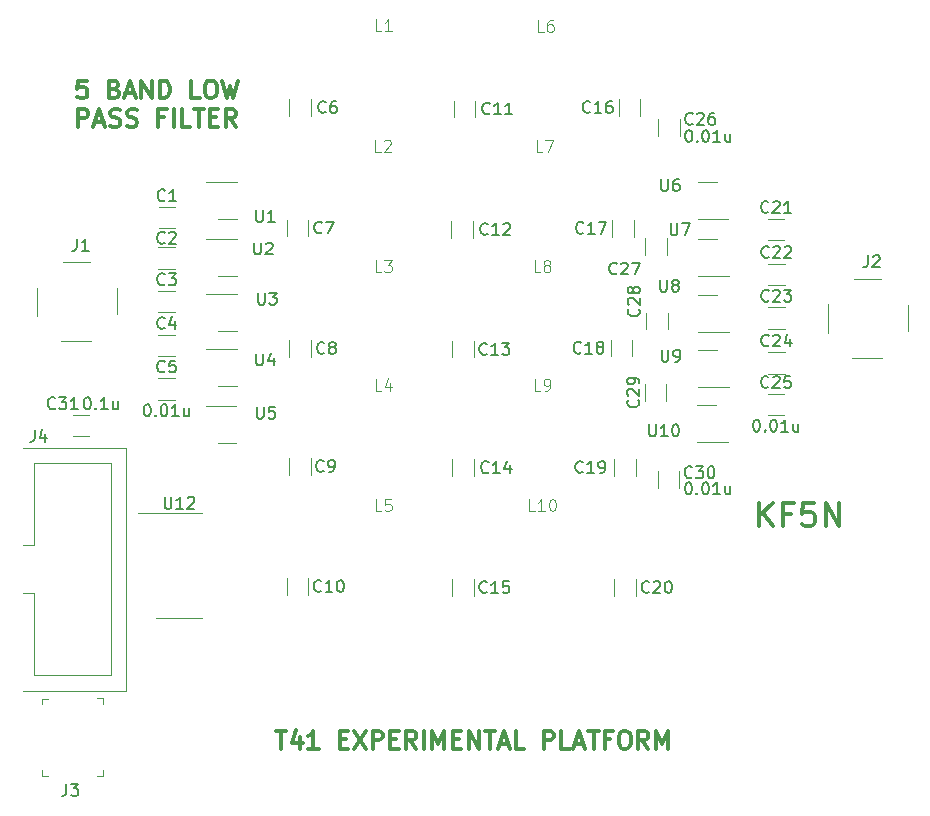
<source format=gto>
G04 #@! TF.GenerationSoftware,KiCad,Pcbnew,7.0.10*
G04 #@! TF.CreationDate,2024-02-19T16:33:24-05:00*
G04 #@! TF.ProjectId,sdt_lpf,7364745f-6c70-4662-9e6b-696361645f70,rev?*
G04 #@! TF.SameCoordinates,PX62de0f0PY8af5bb0*
G04 #@! TF.FileFunction,Legend,Top*
G04 #@! TF.FilePolarity,Positive*
%FSLAX46Y46*%
G04 Gerber Fmt 4.6, Leading zero omitted, Abs format (unit mm)*
G04 Created by KiCad (PCBNEW 7.0.10) date 2024-02-19 16:33:24*
%MOMM*%
%LPD*%
G01*
G04 APERTURE LIST*
%ADD10C,0.300000*%
%ADD11C,0.150000*%
%ADD12C,0.100000*%
%ADD13C,0.120000*%
G04 APERTURE END LIST*
D10*
X2228796Y66414172D02*
X1514510Y66414172D01*
X1514510Y66414172D02*
X1443082Y65699886D01*
X1443082Y65699886D02*
X1514510Y65771315D01*
X1514510Y65771315D02*
X1657368Y65842743D01*
X1657368Y65842743D02*
X2014510Y65842743D01*
X2014510Y65842743D02*
X2157368Y65771315D01*
X2157368Y65771315D02*
X2228796Y65699886D01*
X2228796Y65699886D02*
X2300225Y65557029D01*
X2300225Y65557029D02*
X2300225Y65199886D01*
X2300225Y65199886D02*
X2228796Y65057029D01*
X2228796Y65057029D02*
X2157368Y64985600D01*
X2157368Y64985600D02*
X2014510Y64914172D01*
X2014510Y64914172D02*
X1657368Y64914172D01*
X1657368Y64914172D02*
X1514510Y64985600D01*
X1514510Y64985600D02*
X1443082Y65057029D01*
X4585938Y65699886D02*
X4800224Y65628458D01*
X4800224Y65628458D02*
X4871653Y65557029D01*
X4871653Y65557029D02*
X4943081Y65414172D01*
X4943081Y65414172D02*
X4943081Y65199886D01*
X4943081Y65199886D02*
X4871653Y65057029D01*
X4871653Y65057029D02*
X4800224Y64985600D01*
X4800224Y64985600D02*
X4657367Y64914172D01*
X4657367Y64914172D02*
X4085938Y64914172D01*
X4085938Y64914172D02*
X4085938Y66414172D01*
X4085938Y66414172D02*
X4585938Y66414172D01*
X4585938Y66414172D02*
X4728796Y66342743D01*
X4728796Y66342743D02*
X4800224Y66271315D01*
X4800224Y66271315D02*
X4871653Y66128458D01*
X4871653Y66128458D02*
X4871653Y65985600D01*
X4871653Y65985600D02*
X4800224Y65842743D01*
X4800224Y65842743D02*
X4728796Y65771315D01*
X4728796Y65771315D02*
X4585938Y65699886D01*
X4585938Y65699886D02*
X4085938Y65699886D01*
X5514510Y65342743D02*
X6228796Y65342743D01*
X5371653Y64914172D02*
X5871653Y66414172D01*
X5871653Y66414172D02*
X6371653Y64914172D01*
X6871652Y64914172D02*
X6871652Y66414172D01*
X6871652Y66414172D02*
X7728795Y64914172D01*
X7728795Y64914172D02*
X7728795Y66414172D01*
X8443081Y64914172D02*
X8443081Y66414172D01*
X8443081Y66414172D02*
X8800224Y66414172D01*
X8800224Y66414172D02*
X9014510Y66342743D01*
X9014510Y66342743D02*
X9157367Y66199886D01*
X9157367Y66199886D02*
X9228796Y66057029D01*
X9228796Y66057029D02*
X9300224Y65771315D01*
X9300224Y65771315D02*
X9300224Y65557029D01*
X9300224Y65557029D02*
X9228796Y65271315D01*
X9228796Y65271315D02*
X9157367Y65128458D01*
X9157367Y65128458D02*
X9014510Y64985600D01*
X9014510Y64985600D02*
X8800224Y64914172D01*
X8800224Y64914172D02*
X8443081Y64914172D01*
X11800224Y64914172D02*
X11085938Y64914172D01*
X11085938Y64914172D02*
X11085938Y66414172D01*
X12585939Y66414172D02*
X12871653Y66414172D01*
X12871653Y66414172D02*
X13014510Y66342743D01*
X13014510Y66342743D02*
X13157367Y66199886D01*
X13157367Y66199886D02*
X13228796Y65914172D01*
X13228796Y65914172D02*
X13228796Y65414172D01*
X13228796Y65414172D02*
X13157367Y65128458D01*
X13157367Y65128458D02*
X13014510Y64985600D01*
X13014510Y64985600D02*
X12871653Y64914172D01*
X12871653Y64914172D02*
X12585939Y64914172D01*
X12585939Y64914172D02*
X12443082Y64985600D01*
X12443082Y64985600D02*
X12300224Y65128458D01*
X12300224Y65128458D02*
X12228796Y65414172D01*
X12228796Y65414172D02*
X12228796Y65914172D01*
X12228796Y65914172D02*
X12300224Y66199886D01*
X12300224Y66199886D02*
X12443082Y66342743D01*
X12443082Y66342743D02*
X12585939Y66414172D01*
X13728796Y66414172D02*
X14085939Y64914172D01*
X14085939Y64914172D02*
X14371653Y65985600D01*
X14371653Y65985600D02*
X14657368Y64914172D01*
X14657368Y64914172D02*
X15014511Y66414172D01*
X1514510Y62499172D02*
X1514510Y63999172D01*
X1514510Y63999172D02*
X2085939Y63999172D01*
X2085939Y63999172D02*
X2228796Y63927743D01*
X2228796Y63927743D02*
X2300225Y63856315D01*
X2300225Y63856315D02*
X2371653Y63713458D01*
X2371653Y63713458D02*
X2371653Y63499172D01*
X2371653Y63499172D02*
X2300225Y63356315D01*
X2300225Y63356315D02*
X2228796Y63284886D01*
X2228796Y63284886D02*
X2085939Y63213458D01*
X2085939Y63213458D02*
X1514510Y63213458D01*
X2943082Y62927743D02*
X3657368Y62927743D01*
X2800225Y62499172D02*
X3300225Y63999172D01*
X3300225Y63999172D02*
X3800225Y62499172D01*
X4228796Y62570600D02*
X4443082Y62499172D01*
X4443082Y62499172D02*
X4800224Y62499172D01*
X4800224Y62499172D02*
X4943082Y62570600D01*
X4943082Y62570600D02*
X5014510Y62642029D01*
X5014510Y62642029D02*
X5085939Y62784886D01*
X5085939Y62784886D02*
X5085939Y62927743D01*
X5085939Y62927743D02*
X5014510Y63070600D01*
X5014510Y63070600D02*
X4943082Y63142029D01*
X4943082Y63142029D02*
X4800224Y63213458D01*
X4800224Y63213458D02*
X4514510Y63284886D01*
X4514510Y63284886D02*
X4371653Y63356315D01*
X4371653Y63356315D02*
X4300224Y63427743D01*
X4300224Y63427743D02*
X4228796Y63570600D01*
X4228796Y63570600D02*
X4228796Y63713458D01*
X4228796Y63713458D02*
X4300224Y63856315D01*
X4300224Y63856315D02*
X4371653Y63927743D01*
X4371653Y63927743D02*
X4514510Y63999172D01*
X4514510Y63999172D02*
X4871653Y63999172D01*
X4871653Y63999172D02*
X5085939Y63927743D01*
X5657367Y62570600D02*
X5871653Y62499172D01*
X5871653Y62499172D02*
X6228795Y62499172D01*
X6228795Y62499172D02*
X6371653Y62570600D01*
X6371653Y62570600D02*
X6443081Y62642029D01*
X6443081Y62642029D02*
X6514510Y62784886D01*
X6514510Y62784886D02*
X6514510Y62927743D01*
X6514510Y62927743D02*
X6443081Y63070600D01*
X6443081Y63070600D02*
X6371653Y63142029D01*
X6371653Y63142029D02*
X6228795Y63213458D01*
X6228795Y63213458D02*
X5943081Y63284886D01*
X5943081Y63284886D02*
X5800224Y63356315D01*
X5800224Y63356315D02*
X5728795Y63427743D01*
X5728795Y63427743D02*
X5657367Y63570600D01*
X5657367Y63570600D02*
X5657367Y63713458D01*
X5657367Y63713458D02*
X5728795Y63856315D01*
X5728795Y63856315D02*
X5800224Y63927743D01*
X5800224Y63927743D02*
X5943081Y63999172D01*
X5943081Y63999172D02*
X6300224Y63999172D01*
X6300224Y63999172D02*
X6514510Y63927743D01*
X8800223Y63284886D02*
X8300223Y63284886D01*
X8300223Y62499172D02*
X8300223Y63999172D01*
X8300223Y63999172D02*
X9014509Y63999172D01*
X9585937Y62499172D02*
X9585937Y63999172D01*
X11014509Y62499172D02*
X10300223Y62499172D01*
X10300223Y62499172D02*
X10300223Y63999172D01*
X11300224Y63999172D02*
X12157367Y63999172D01*
X11728795Y62499172D02*
X11728795Y63999172D01*
X12657366Y63284886D02*
X13157366Y63284886D01*
X13371652Y62499172D02*
X12657366Y62499172D01*
X12657366Y62499172D02*
X12657366Y63999172D01*
X12657366Y63999172D02*
X13371652Y63999172D01*
X14871652Y62499172D02*
X14371652Y63213458D01*
X14014509Y62499172D02*
X14014509Y63999172D01*
X14014509Y63999172D02*
X14585938Y63999172D01*
X14585938Y63999172D02*
X14728795Y63927743D01*
X14728795Y63927743D02*
X14800224Y63856315D01*
X14800224Y63856315D02*
X14871652Y63713458D01*
X14871652Y63713458D02*
X14871652Y63499172D01*
X14871652Y63499172D02*
X14800224Y63356315D01*
X14800224Y63356315D02*
X14728795Y63284886D01*
X14728795Y63284886D02*
X14585938Y63213458D01*
X14585938Y63213458D02*
X14014509Y63213458D01*
X18290225Y11349172D02*
X19147368Y11349172D01*
X18718796Y9849172D02*
X18718796Y11349172D01*
X20290225Y10849172D02*
X20290225Y9849172D01*
X19933082Y11420600D02*
X19575939Y10349172D01*
X19575939Y10349172D02*
X20504510Y10349172D01*
X21861653Y9849172D02*
X21004510Y9849172D01*
X21433081Y9849172D02*
X21433081Y11349172D01*
X21433081Y11349172D02*
X21290224Y11134886D01*
X21290224Y11134886D02*
X21147367Y10992029D01*
X21147367Y10992029D02*
X21004510Y10920600D01*
X23647366Y10634886D02*
X24147366Y10634886D01*
X24361652Y9849172D02*
X23647366Y9849172D01*
X23647366Y9849172D02*
X23647366Y11349172D01*
X23647366Y11349172D02*
X24361652Y11349172D01*
X24861652Y11349172D02*
X25861652Y9849172D01*
X25861652Y11349172D02*
X24861652Y9849172D01*
X26433080Y9849172D02*
X26433080Y11349172D01*
X26433080Y11349172D02*
X27004509Y11349172D01*
X27004509Y11349172D02*
X27147366Y11277743D01*
X27147366Y11277743D02*
X27218795Y11206315D01*
X27218795Y11206315D02*
X27290223Y11063458D01*
X27290223Y11063458D02*
X27290223Y10849172D01*
X27290223Y10849172D02*
X27218795Y10706315D01*
X27218795Y10706315D02*
X27147366Y10634886D01*
X27147366Y10634886D02*
X27004509Y10563458D01*
X27004509Y10563458D02*
X26433080Y10563458D01*
X27933080Y10634886D02*
X28433080Y10634886D01*
X28647366Y9849172D02*
X27933080Y9849172D01*
X27933080Y9849172D02*
X27933080Y11349172D01*
X27933080Y11349172D02*
X28647366Y11349172D01*
X30147366Y9849172D02*
X29647366Y10563458D01*
X29290223Y9849172D02*
X29290223Y11349172D01*
X29290223Y11349172D02*
X29861652Y11349172D01*
X29861652Y11349172D02*
X30004509Y11277743D01*
X30004509Y11277743D02*
X30075938Y11206315D01*
X30075938Y11206315D02*
X30147366Y11063458D01*
X30147366Y11063458D02*
X30147366Y10849172D01*
X30147366Y10849172D02*
X30075938Y10706315D01*
X30075938Y10706315D02*
X30004509Y10634886D01*
X30004509Y10634886D02*
X29861652Y10563458D01*
X29861652Y10563458D02*
X29290223Y10563458D01*
X30790223Y9849172D02*
X30790223Y11349172D01*
X31504509Y9849172D02*
X31504509Y11349172D01*
X31504509Y11349172D02*
X32004509Y10277743D01*
X32004509Y10277743D02*
X32504509Y11349172D01*
X32504509Y11349172D02*
X32504509Y9849172D01*
X33218795Y10634886D02*
X33718795Y10634886D01*
X33933081Y9849172D02*
X33218795Y9849172D01*
X33218795Y9849172D02*
X33218795Y11349172D01*
X33218795Y11349172D02*
X33933081Y11349172D01*
X34575938Y9849172D02*
X34575938Y11349172D01*
X34575938Y11349172D02*
X35433081Y9849172D01*
X35433081Y9849172D02*
X35433081Y11349172D01*
X35933082Y11349172D02*
X36790225Y11349172D01*
X36361653Y9849172D02*
X36361653Y11349172D01*
X37218796Y10277743D02*
X37933082Y10277743D01*
X37075939Y9849172D02*
X37575939Y11349172D01*
X37575939Y11349172D02*
X38075939Y9849172D01*
X39290224Y9849172D02*
X38575938Y9849172D01*
X38575938Y9849172D02*
X38575938Y11349172D01*
X40933081Y9849172D02*
X40933081Y11349172D01*
X40933081Y11349172D02*
X41504510Y11349172D01*
X41504510Y11349172D02*
X41647367Y11277743D01*
X41647367Y11277743D02*
X41718796Y11206315D01*
X41718796Y11206315D02*
X41790224Y11063458D01*
X41790224Y11063458D02*
X41790224Y10849172D01*
X41790224Y10849172D02*
X41718796Y10706315D01*
X41718796Y10706315D02*
X41647367Y10634886D01*
X41647367Y10634886D02*
X41504510Y10563458D01*
X41504510Y10563458D02*
X40933081Y10563458D01*
X43147367Y9849172D02*
X42433081Y9849172D01*
X42433081Y9849172D02*
X42433081Y11349172D01*
X43575939Y10277743D02*
X44290225Y10277743D01*
X43433082Y9849172D02*
X43933082Y11349172D01*
X43933082Y11349172D02*
X44433082Y9849172D01*
X44718796Y11349172D02*
X45575939Y11349172D01*
X45147367Y9849172D02*
X45147367Y11349172D01*
X46575938Y10634886D02*
X46075938Y10634886D01*
X46075938Y9849172D02*
X46075938Y11349172D01*
X46075938Y11349172D02*
X46790224Y11349172D01*
X47647367Y11349172D02*
X47933081Y11349172D01*
X47933081Y11349172D02*
X48075938Y11277743D01*
X48075938Y11277743D02*
X48218795Y11134886D01*
X48218795Y11134886D02*
X48290224Y10849172D01*
X48290224Y10849172D02*
X48290224Y10349172D01*
X48290224Y10349172D02*
X48218795Y10063458D01*
X48218795Y10063458D02*
X48075938Y9920600D01*
X48075938Y9920600D02*
X47933081Y9849172D01*
X47933081Y9849172D02*
X47647367Y9849172D01*
X47647367Y9849172D02*
X47504510Y9920600D01*
X47504510Y9920600D02*
X47361652Y10063458D01*
X47361652Y10063458D02*
X47290224Y10349172D01*
X47290224Y10349172D02*
X47290224Y10849172D01*
X47290224Y10849172D02*
X47361652Y11134886D01*
X47361652Y11134886D02*
X47504510Y11277743D01*
X47504510Y11277743D02*
X47647367Y11349172D01*
X49790224Y9849172D02*
X49290224Y10563458D01*
X48933081Y9849172D02*
X48933081Y11349172D01*
X48933081Y11349172D02*
X49504510Y11349172D01*
X49504510Y11349172D02*
X49647367Y11277743D01*
X49647367Y11277743D02*
X49718796Y11206315D01*
X49718796Y11206315D02*
X49790224Y11063458D01*
X49790224Y11063458D02*
X49790224Y10849172D01*
X49790224Y10849172D02*
X49718796Y10706315D01*
X49718796Y10706315D02*
X49647367Y10634886D01*
X49647367Y10634886D02*
X49504510Y10563458D01*
X49504510Y10563458D02*
X48933081Y10563458D01*
X50433081Y9849172D02*
X50433081Y11349172D01*
X50433081Y11349172D02*
X50933081Y10277743D01*
X50933081Y10277743D02*
X51433081Y11349172D01*
X51433081Y11349172D02*
X51433081Y9849172D01*
X59173558Y28660362D02*
X59173558Y30660362D01*
X60316415Y28660362D02*
X59459272Y29803220D01*
X60316415Y30660362D02*
X59173558Y29517505D01*
X61840225Y29707981D02*
X61173558Y29707981D01*
X61173558Y28660362D02*
X61173558Y30660362D01*
X61173558Y30660362D02*
X62125939Y30660362D01*
X63840225Y30660362D02*
X62887844Y30660362D01*
X62887844Y30660362D02*
X62792606Y29707981D01*
X62792606Y29707981D02*
X62887844Y29803220D01*
X62887844Y29803220D02*
X63078320Y29898458D01*
X63078320Y29898458D02*
X63554511Y29898458D01*
X63554511Y29898458D02*
X63744987Y29803220D01*
X63744987Y29803220D02*
X63840225Y29707981D01*
X63840225Y29707981D02*
X63935463Y29517505D01*
X63935463Y29517505D02*
X63935463Y29041315D01*
X63935463Y29041315D02*
X63840225Y28850839D01*
X63840225Y28850839D02*
X63744987Y28755600D01*
X63744987Y28755600D02*
X63554511Y28660362D01*
X63554511Y28660362D02*
X63078320Y28660362D01*
X63078320Y28660362D02*
X62887844Y28755600D01*
X62887844Y28755600D02*
X62792606Y28850839D01*
X64792606Y28660362D02*
X64792606Y30660362D01*
X64792606Y30660362D02*
X65935463Y28660362D01*
X65935463Y28660362D02*
X65935463Y30660362D01*
D11*
X50863095Y58070181D02*
X50863095Y57260658D01*
X50863095Y57260658D02*
X50910714Y57165420D01*
X50910714Y57165420D02*
X50958333Y57117800D01*
X50958333Y57117800D02*
X51053571Y57070181D01*
X51053571Y57070181D02*
X51244047Y57070181D01*
X51244047Y57070181D02*
X51339285Y57117800D01*
X51339285Y57117800D02*
X51386904Y57165420D01*
X51386904Y57165420D02*
X51434523Y57260658D01*
X51434523Y57260658D02*
X51434523Y58070181D01*
X52339285Y58070181D02*
X52148809Y58070181D01*
X52148809Y58070181D02*
X52053571Y58022562D01*
X52053571Y58022562D02*
X52005952Y57974943D01*
X52005952Y57974943D02*
X51910714Y57832086D01*
X51910714Y57832086D02*
X51863095Y57641610D01*
X51863095Y57641610D02*
X51863095Y57260658D01*
X51863095Y57260658D02*
X51910714Y57165420D01*
X51910714Y57165420D02*
X51958333Y57117800D01*
X51958333Y57117800D02*
X52053571Y57070181D01*
X52053571Y57070181D02*
X52244047Y57070181D01*
X52244047Y57070181D02*
X52339285Y57117800D01*
X52339285Y57117800D02*
X52386904Y57165420D01*
X52386904Y57165420D02*
X52434523Y57260658D01*
X52434523Y57260658D02*
X52434523Y57498753D01*
X52434523Y57498753D02*
X52386904Y57593991D01*
X52386904Y57593991D02*
X52339285Y57641610D01*
X52339285Y57641610D02*
X52244047Y57689229D01*
X52244047Y57689229D02*
X52053571Y57689229D01*
X52053571Y57689229D02*
X51958333Y57641610D01*
X51958333Y57641610D02*
X51910714Y57593991D01*
X51910714Y57593991D02*
X51863095Y57498753D01*
X36182142Y53440420D02*
X36134523Y53392800D01*
X36134523Y53392800D02*
X35991666Y53345181D01*
X35991666Y53345181D02*
X35896428Y53345181D01*
X35896428Y53345181D02*
X35753571Y53392800D01*
X35753571Y53392800D02*
X35658333Y53488039D01*
X35658333Y53488039D02*
X35610714Y53583277D01*
X35610714Y53583277D02*
X35563095Y53773753D01*
X35563095Y53773753D02*
X35563095Y53916610D01*
X35563095Y53916610D02*
X35610714Y54107086D01*
X35610714Y54107086D02*
X35658333Y54202324D01*
X35658333Y54202324D02*
X35753571Y54297562D01*
X35753571Y54297562D02*
X35896428Y54345181D01*
X35896428Y54345181D02*
X35991666Y54345181D01*
X35991666Y54345181D02*
X36134523Y54297562D01*
X36134523Y54297562D02*
X36182142Y54249943D01*
X37134523Y53345181D02*
X36563095Y53345181D01*
X36848809Y53345181D02*
X36848809Y54345181D01*
X36848809Y54345181D02*
X36753571Y54202324D01*
X36753571Y54202324D02*
X36658333Y54107086D01*
X36658333Y54107086D02*
X36563095Y54059467D01*
X37515476Y54249943D02*
X37563095Y54297562D01*
X37563095Y54297562D02*
X37658333Y54345181D01*
X37658333Y54345181D02*
X37896428Y54345181D01*
X37896428Y54345181D02*
X37991666Y54297562D01*
X37991666Y54297562D02*
X38039285Y54249943D01*
X38039285Y54249943D02*
X38086904Y54154705D01*
X38086904Y54154705D02*
X38086904Y54059467D01*
X38086904Y54059467D02*
X38039285Y53916610D01*
X38039285Y53916610D02*
X37467857Y53345181D01*
X37467857Y53345181D02*
X38086904Y53345181D01*
X51663095Y54320181D02*
X51663095Y53510658D01*
X51663095Y53510658D02*
X51710714Y53415420D01*
X51710714Y53415420D02*
X51758333Y53367800D01*
X51758333Y53367800D02*
X51853571Y53320181D01*
X51853571Y53320181D02*
X52044047Y53320181D01*
X52044047Y53320181D02*
X52139285Y53367800D01*
X52139285Y53367800D02*
X52186904Y53415420D01*
X52186904Y53415420D02*
X52234523Y53510658D01*
X52234523Y53510658D02*
X52234523Y54320181D01*
X52615476Y54320181D02*
X53282142Y54320181D01*
X53282142Y54320181D02*
X52853571Y53320181D01*
X16588095Y43295181D02*
X16588095Y42485658D01*
X16588095Y42485658D02*
X16635714Y42390420D01*
X16635714Y42390420D02*
X16683333Y42342800D01*
X16683333Y42342800D02*
X16778571Y42295181D01*
X16778571Y42295181D02*
X16969047Y42295181D01*
X16969047Y42295181D02*
X17064285Y42342800D01*
X17064285Y42342800D02*
X17111904Y42390420D01*
X17111904Y42390420D02*
X17159523Y42485658D01*
X17159523Y42485658D02*
X17159523Y43295181D01*
X18064285Y42961848D02*
X18064285Y42295181D01*
X17826190Y43342800D02*
X17588095Y42628515D01*
X17588095Y42628515D02*
X18207142Y42628515D01*
X36357142Y63640420D02*
X36309523Y63592800D01*
X36309523Y63592800D02*
X36166666Y63545181D01*
X36166666Y63545181D02*
X36071428Y63545181D01*
X36071428Y63545181D02*
X35928571Y63592800D01*
X35928571Y63592800D02*
X35833333Y63688039D01*
X35833333Y63688039D02*
X35785714Y63783277D01*
X35785714Y63783277D02*
X35738095Y63973753D01*
X35738095Y63973753D02*
X35738095Y64116610D01*
X35738095Y64116610D02*
X35785714Y64307086D01*
X35785714Y64307086D02*
X35833333Y64402324D01*
X35833333Y64402324D02*
X35928571Y64497562D01*
X35928571Y64497562D02*
X36071428Y64545181D01*
X36071428Y64545181D02*
X36166666Y64545181D01*
X36166666Y64545181D02*
X36309523Y64497562D01*
X36309523Y64497562D02*
X36357142Y64449943D01*
X37309523Y63545181D02*
X36738095Y63545181D01*
X37023809Y63545181D02*
X37023809Y64545181D01*
X37023809Y64545181D02*
X36928571Y64402324D01*
X36928571Y64402324D02*
X36833333Y64307086D01*
X36833333Y64307086D02*
X36738095Y64259467D01*
X38261904Y63545181D02*
X37690476Y63545181D01*
X37976190Y63545181D02*
X37976190Y64545181D01*
X37976190Y64545181D02*
X37880952Y64402324D01*
X37880952Y64402324D02*
X37785714Y64307086D01*
X37785714Y64307086D02*
X37690476Y64259467D01*
D12*
X27183333Y29967581D02*
X26707143Y29967581D01*
X26707143Y29967581D02*
X26707143Y30967581D01*
X27992857Y30967581D02*
X27516667Y30967581D01*
X27516667Y30967581D02*
X27469048Y30491391D01*
X27469048Y30491391D02*
X27516667Y30539010D01*
X27516667Y30539010D02*
X27611905Y30586629D01*
X27611905Y30586629D02*
X27850000Y30586629D01*
X27850000Y30586629D02*
X27945238Y30539010D01*
X27945238Y30539010D02*
X27992857Y30491391D01*
X27992857Y30491391D02*
X28040476Y30396153D01*
X28040476Y30396153D02*
X28040476Y30158058D01*
X28040476Y30158058D02*
X27992857Y30062820D01*
X27992857Y30062820D02*
X27945238Y30015200D01*
X27945238Y30015200D02*
X27850000Y29967581D01*
X27850000Y29967581D02*
X27611905Y29967581D01*
X27611905Y29967581D02*
X27516667Y30015200D01*
X27516667Y30015200D02*
X27469048Y30062820D01*
X40813333Y60392581D02*
X40337143Y60392581D01*
X40337143Y60392581D02*
X40337143Y61392581D01*
X41051429Y61392581D02*
X41718095Y61392581D01*
X41718095Y61392581D02*
X41289524Y60392581D01*
D11*
X36257142Y33265420D02*
X36209523Y33217800D01*
X36209523Y33217800D02*
X36066666Y33170181D01*
X36066666Y33170181D02*
X35971428Y33170181D01*
X35971428Y33170181D02*
X35828571Y33217800D01*
X35828571Y33217800D02*
X35733333Y33313039D01*
X35733333Y33313039D02*
X35685714Y33408277D01*
X35685714Y33408277D02*
X35638095Y33598753D01*
X35638095Y33598753D02*
X35638095Y33741610D01*
X35638095Y33741610D02*
X35685714Y33932086D01*
X35685714Y33932086D02*
X35733333Y34027324D01*
X35733333Y34027324D02*
X35828571Y34122562D01*
X35828571Y34122562D02*
X35971428Y34170181D01*
X35971428Y34170181D02*
X36066666Y34170181D01*
X36066666Y34170181D02*
X36209523Y34122562D01*
X36209523Y34122562D02*
X36257142Y34074943D01*
X37209523Y33170181D02*
X36638095Y33170181D01*
X36923809Y33170181D02*
X36923809Y34170181D01*
X36923809Y34170181D02*
X36828571Y34027324D01*
X36828571Y34027324D02*
X36733333Y33932086D01*
X36733333Y33932086D02*
X36638095Y33884467D01*
X38066666Y33836848D02*
X38066666Y33170181D01*
X37828571Y34217800D02*
X37590476Y33503515D01*
X37590476Y33503515D02*
X38209523Y33503515D01*
X516666Y6865181D02*
X516666Y6150896D01*
X516666Y6150896D02*
X469047Y6008039D01*
X469047Y6008039D02*
X373809Y5912800D01*
X373809Y5912800D02*
X230952Y5865181D01*
X230952Y5865181D02*
X135714Y5865181D01*
X897619Y6865181D02*
X1516666Y6865181D01*
X1516666Y6865181D02*
X1183333Y6484229D01*
X1183333Y6484229D02*
X1326190Y6484229D01*
X1326190Y6484229D02*
X1421428Y6436610D01*
X1421428Y6436610D02*
X1469047Y6388991D01*
X1469047Y6388991D02*
X1516666Y6293753D01*
X1516666Y6293753D02*
X1516666Y6055658D01*
X1516666Y6055658D02*
X1469047Y5960420D01*
X1469047Y5960420D02*
X1421428Y5912800D01*
X1421428Y5912800D02*
X1326190Y5865181D01*
X1326190Y5865181D02*
X1040476Y5865181D01*
X1040476Y5865181D02*
X945238Y5912800D01*
X945238Y5912800D02*
X897619Y5960420D01*
X49857142Y23135420D02*
X49809523Y23087800D01*
X49809523Y23087800D02*
X49666666Y23040181D01*
X49666666Y23040181D02*
X49571428Y23040181D01*
X49571428Y23040181D02*
X49428571Y23087800D01*
X49428571Y23087800D02*
X49333333Y23183039D01*
X49333333Y23183039D02*
X49285714Y23278277D01*
X49285714Y23278277D02*
X49238095Y23468753D01*
X49238095Y23468753D02*
X49238095Y23611610D01*
X49238095Y23611610D02*
X49285714Y23802086D01*
X49285714Y23802086D02*
X49333333Y23897324D01*
X49333333Y23897324D02*
X49428571Y23992562D01*
X49428571Y23992562D02*
X49571428Y24040181D01*
X49571428Y24040181D02*
X49666666Y24040181D01*
X49666666Y24040181D02*
X49809523Y23992562D01*
X49809523Y23992562D02*
X49857142Y23944943D01*
X50238095Y23944943D02*
X50285714Y23992562D01*
X50285714Y23992562D02*
X50380952Y24040181D01*
X50380952Y24040181D02*
X50619047Y24040181D01*
X50619047Y24040181D02*
X50714285Y23992562D01*
X50714285Y23992562D02*
X50761904Y23944943D01*
X50761904Y23944943D02*
X50809523Y23849705D01*
X50809523Y23849705D02*
X50809523Y23754467D01*
X50809523Y23754467D02*
X50761904Y23611610D01*
X50761904Y23611610D02*
X50190476Y23040181D01*
X50190476Y23040181D02*
X50809523Y23040181D01*
X51428571Y24040181D02*
X51523809Y24040181D01*
X51523809Y24040181D02*
X51619047Y23992562D01*
X51619047Y23992562D02*
X51666666Y23944943D01*
X51666666Y23944943D02*
X51714285Y23849705D01*
X51714285Y23849705D02*
X51761904Y23659229D01*
X51761904Y23659229D02*
X51761904Y23421134D01*
X51761904Y23421134D02*
X51714285Y23230658D01*
X51714285Y23230658D02*
X51666666Y23135420D01*
X51666666Y23135420D02*
X51619047Y23087800D01*
X51619047Y23087800D02*
X51523809Y23040181D01*
X51523809Y23040181D02*
X51428571Y23040181D01*
X51428571Y23040181D02*
X51333333Y23087800D01*
X51333333Y23087800D02*
X51285714Y23135420D01*
X51285714Y23135420D02*
X51238095Y23230658D01*
X51238095Y23230658D02*
X51190476Y23421134D01*
X51190476Y23421134D02*
X51190476Y23659229D01*
X51190476Y23659229D02*
X51238095Y23849705D01*
X51238095Y23849705D02*
X51285714Y23944943D01*
X51285714Y23944943D02*
X51333333Y23992562D01*
X51333333Y23992562D02*
X51428571Y24040181D01*
X-442858Y38690420D02*
X-490477Y38642800D01*
X-490477Y38642800D02*
X-633334Y38595181D01*
X-633334Y38595181D02*
X-728572Y38595181D01*
X-728572Y38595181D02*
X-871429Y38642800D01*
X-871429Y38642800D02*
X-966667Y38738039D01*
X-966667Y38738039D02*
X-1014286Y38833277D01*
X-1014286Y38833277D02*
X-1061905Y39023753D01*
X-1061905Y39023753D02*
X-1061905Y39166610D01*
X-1061905Y39166610D02*
X-1014286Y39357086D01*
X-1014286Y39357086D02*
X-966667Y39452324D01*
X-966667Y39452324D02*
X-871429Y39547562D01*
X-871429Y39547562D02*
X-728572Y39595181D01*
X-728572Y39595181D02*
X-633334Y39595181D01*
X-633334Y39595181D02*
X-490477Y39547562D01*
X-490477Y39547562D02*
X-442858Y39499943D01*
X-109524Y39595181D02*
X509523Y39595181D01*
X509523Y39595181D02*
X176190Y39214229D01*
X176190Y39214229D02*
X319047Y39214229D01*
X319047Y39214229D02*
X414285Y39166610D01*
X414285Y39166610D02*
X461904Y39118991D01*
X461904Y39118991D02*
X509523Y39023753D01*
X509523Y39023753D02*
X509523Y38785658D01*
X509523Y38785658D02*
X461904Y38690420D01*
X461904Y38690420D02*
X414285Y38642800D01*
X414285Y38642800D02*
X319047Y38595181D01*
X319047Y38595181D02*
X33333Y38595181D01*
X33333Y38595181D02*
X-61905Y38642800D01*
X-61905Y38642800D02*
X-109524Y38690420D01*
X1461904Y38595181D02*
X890476Y38595181D01*
X1176190Y38595181D02*
X1176190Y39595181D01*
X1176190Y39595181D02*
X1080952Y39452324D01*
X1080952Y39452324D02*
X985714Y39357086D01*
X985714Y39357086D02*
X890476Y39309467D01*
X2235714Y39595181D02*
X2330952Y39595181D01*
X2330952Y39595181D02*
X2426190Y39547562D01*
X2426190Y39547562D02*
X2473809Y39499943D01*
X2473809Y39499943D02*
X2521428Y39404705D01*
X2521428Y39404705D02*
X2569047Y39214229D01*
X2569047Y39214229D02*
X2569047Y38976134D01*
X2569047Y38976134D02*
X2521428Y38785658D01*
X2521428Y38785658D02*
X2473809Y38690420D01*
X2473809Y38690420D02*
X2426190Y38642800D01*
X2426190Y38642800D02*
X2330952Y38595181D01*
X2330952Y38595181D02*
X2235714Y38595181D01*
X2235714Y38595181D02*
X2140476Y38642800D01*
X2140476Y38642800D02*
X2092857Y38690420D01*
X2092857Y38690420D02*
X2045238Y38785658D01*
X2045238Y38785658D02*
X1997619Y38976134D01*
X1997619Y38976134D02*
X1997619Y39214229D01*
X1997619Y39214229D02*
X2045238Y39404705D01*
X2045238Y39404705D02*
X2092857Y39499943D01*
X2092857Y39499943D02*
X2140476Y39547562D01*
X2140476Y39547562D02*
X2235714Y39595181D01*
X2997619Y38690420D02*
X3045238Y38642800D01*
X3045238Y38642800D02*
X2997619Y38595181D01*
X2997619Y38595181D02*
X2950000Y38642800D01*
X2950000Y38642800D02*
X2997619Y38690420D01*
X2997619Y38690420D02*
X2997619Y38595181D01*
X3997618Y38595181D02*
X3426190Y38595181D01*
X3711904Y38595181D02*
X3711904Y39595181D01*
X3711904Y39595181D02*
X3616666Y39452324D01*
X3616666Y39452324D02*
X3521428Y39357086D01*
X3521428Y39357086D02*
X3426190Y39309467D01*
X4854761Y39261848D02*
X4854761Y38595181D01*
X4426190Y39261848D02*
X4426190Y38738039D01*
X4426190Y38738039D02*
X4473809Y38642800D01*
X4473809Y38642800D02*
X4569047Y38595181D01*
X4569047Y38595181D02*
X4711904Y38595181D01*
X4711904Y38595181D02*
X4807142Y38642800D01*
X4807142Y38642800D02*
X4854761Y38690420D01*
X59982142Y43990420D02*
X59934523Y43942800D01*
X59934523Y43942800D02*
X59791666Y43895181D01*
X59791666Y43895181D02*
X59696428Y43895181D01*
X59696428Y43895181D02*
X59553571Y43942800D01*
X59553571Y43942800D02*
X59458333Y44038039D01*
X59458333Y44038039D02*
X59410714Y44133277D01*
X59410714Y44133277D02*
X59363095Y44323753D01*
X59363095Y44323753D02*
X59363095Y44466610D01*
X59363095Y44466610D02*
X59410714Y44657086D01*
X59410714Y44657086D02*
X59458333Y44752324D01*
X59458333Y44752324D02*
X59553571Y44847562D01*
X59553571Y44847562D02*
X59696428Y44895181D01*
X59696428Y44895181D02*
X59791666Y44895181D01*
X59791666Y44895181D02*
X59934523Y44847562D01*
X59934523Y44847562D02*
X59982142Y44799943D01*
X60363095Y44799943D02*
X60410714Y44847562D01*
X60410714Y44847562D02*
X60505952Y44895181D01*
X60505952Y44895181D02*
X60744047Y44895181D01*
X60744047Y44895181D02*
X60839285Y44847562D01*
X60839285Y44847562D02*
X60886904Y44799943D01*
X60886904Y44799943D02*
X60934523Y44704705D01*
X60934523Y44704705D02*
X60934523Y44609467D01*
X60934523Y44609467D02*
X60886904Y44466610D01*
X60886904Y44466610D02*
X60315476Y43895181D01*
X60315476Y43895181D02*
X60934523Y43895181D01*
X61791666Y44561848D02*
X61791666Y43895181D01*
X61553571Y44942800D02*
X61315476Y44228515D01*
X61315476Y44228515D02*
X61934523Y44228515D01*
X50788095Y49545181D02*
X50788095Y48735658D01*
X50788095Y48735658D02*
X50835714Y48640420D01*
X50835714Y48640420D02*
X50883333Y48592800D01*
X50883333Y48592800D02*
X50978571Y48545181D01*
X50978571Y48545181D02*
X51169047Y48545181D01*
X51169047Y48545181D02*
X51264285Y48592800D01*
X51264285Y48592800D02*
X51311904Y48640420D01*
X51311904Y48640420D02*
X51359523Y48735658D01*
X51359523Y48735658D02*
X51359523Y49545181D01*
X51978571Y49116610D02*
X51883333Y49164229D01*
X51883333Y49164229D02*
X51835714Y49211848D01*
X51835714Y49211848D02*
X51788095Y49307086D01*
X51788095Y49307086D02*
X51788095Y49354705D01*
X51788095Y49354705D02*
X51835714Y49449943D01*
X51835714Y49449943D02*
X51883333Y49497562D01*
X51883333Y49497562D02*
X51978571Y49545181D01*
X51978571Y49545181D02*
X52169047Y49545181D01*
X52169047Y49545181D02*
X52264285Y49497562D01*
X52264285Y49497562D02*
X52311904Y49449943D01*
X52311904Y49449943D02*
X52359523Y49354705D01*
X52359523Y49354705D02*
X52359523Y49307086D01*
X52359523Y49307086D02*
X52311904Y49211848D01*
X52311904Y49211848D02*
X52264285Y49164229D01*
X52264285Y49164229D02*
X52169047Y49116610D01*
X52169047Y49116610D02*
X51978571Y49116610D01*
X51978571Y49116610D02*
X51883333Y49068991D01*
X51883333Y49068991D02*
X51835714Y49021372D01*
X51835714Y49021372D02*
X51788095Y48926134D01*
X51788095Y48926134D02*
X51788095Y48735658D01*
X51788095Y48735658D02*
X51835714Y48640420D01*
X51835714Y48640420D02*
X51883333Y48592800D01*
X51883333Y48592800D02*
X51978571Y48545181D01*
X51978571Y48545181D02*
X52169047Y48545181D01*
X52169047Y48545181D02*
X52264285Y48592800D01*
X52264285Y48592800D02*
X52311904Y48640420D01*
X52311904Y48640420D02*
X52359523Y48735658D01*
X52359523Y48735658D02*
X52359523Y48926134D01*
X52359523Y48926134D02*
X52311904Y49021372D01*
X52311904Y49021372D02*
X52264285Y49068991D01*
X52264285Y49068991D02*
X52169047Y49116610D01*
X16738095Y48445181D02*
X16738095Y47635658D01*
X16738095Y47635658D02*
X16785714Y47540420D01*
X16785714Y47540420D02*
X16833333Y47492800D01*
X16833333Y47492800D02*
X16928571Y47445181D01*
X16928571Y47445181D02*
X17119047Y47445181D01*
X17119047Y47445181D02*
X17214285Y47492800D01*
X17214285Y47492800D02*
X17261904Y47540420D01*
X17261904Y47540420D02*
X17309523Y47635658D01*
X17309523Y47635658D02*
X17309523Y48445181D01*
X17690476Y48445181D02*
X18309523Y48445181D01*
X18309523Y48445181D02*
X17976190Y48064229D01*
X17976190Y48064229D02*
X18119047Y48064229D01*
X18119047Y48064229D02*
X18214285Y48016610D01*
X18214285Y48016610D02*
X18261904Y47968991D01*
X18261904Y47968991D02*
X18309523Y47873753D01*
X18309523Y47873753D02*
X18309523Y47635658D01*
X18309523Y47635658D02*
X18261904Y47540420D01*
X18261904Y47540420D02*
X18214285Y47492800D01*
X18214285Y47492800D02*
X18119047Y47445181D01*
X18119047Y47445181D02*
X17833333Y47445181D01*
X17833333Y47445181D02*
X17738095Y47492800D01*
X17738095Y47492800D02*
X17690476Y47540420D01*
D12*
X40161142Y29967581D02*
X39684952Y29967581D01*
X39684952Y29967581D02*
X39684952Y30967581D01*
X41018285Y29967581D02*
X40446857Y29967581D01*
X40732571Y29967581D02*
X40732571Y30967581D01*
X40732571Y30967581D02*
X40637333Y30824724D01*
X40637333Y30824724D02*
X40542095Y30729486D01*
X40542095Y30729486D02*
X40446857Y30681867D01*
X41637333Y30967581D02*
X41732571Y30967581D01*
X41732571Y30967581D02*
X41827809Y30919962D01*
X41827809Y30919962D02*
X41875428Y30872343D01*
X41875428Y30872343D02*
X41923047Y30777105D01*
X41923047Y30777105D02*
X41970666Y30586629D01*
X41970666Y30586629D02*
X41970666Y30348534D01*
X41970666Y30348534D02*
X41923047Y30158058D01*
X41923047Y30158058D02*
X41875428Y30062820D01*
X41875428Y30062820D02*
X41827809Y30015200D01*
X41827809Y30015200D02*
X41732571Y29967581D01*
X41732571Y29967581D02*
X41637333Y29967581D01*
X41637333Y29967581D02*
X41542095Y30015200D01*
X41542095Y30015200D02*
X41494476Y30062820D01*
X41494476Y30062820D02*
X41446857Y30158058D01*
X41446857Y30158058D02*
X41399238Y30348534D01*
X41399238Y30348534D02*
X41399238Y30586629D01*
X41399238Y30586629D02*
X41446857Y30777105D01*
X41446857Y30777105D02*
X41494476Y30872343D01*
X41494476Y30872343D02*
X41542095Y30919962D01*
X41542095Y30919962D02*
X41637333Y30967581D01*
D11*
X59982142Y51490420D02*
X59934523Y51442800D01*
X59934523Y51442800D02*
X59791666Y51395181D01*
X59791666Y51395181D02*
X59696428Y51395181D01*
X59696428Y51395181D02*
X59553571Y51442800D01*
X59553571Y51442800D02*
X59458333Y51538039D01*
X59458333Y51538039D02*
X59410714Y51633277D01*
X59410714Y51633277D02*
X59363095Y51823753D01*
X59363095Y51823753D02*
X59363095Y51966610D01*
X59363095Y51966610D02*
X59410714Y52157086D01*
X59410714Y52157086D02*
X59458333Y52252324D01*
X59458333Y52252324D02*
X59553571Y52347562D01*
X59553571Y52347562D02*
X59696428Y52395181D01*
X59696428Y52395181D02*
X59791666Y52395181D01*
X59791666Y52395181D02*
X59934523Y52347562D01*
X59934523Y52347562D02*
X59982142Y52299943D01*
X60363095Y52299943D02*
X60410714Y52347562D01*
X60410714Y52347562D02*
X60505952Y52395181D01*
X60505952Y52395181D02*
X60744047Y52395181D01*
X60744047Y52395181D02*
X60839285Y52347562D01*
X60839285Y52347562D02*
X60886904Y52299943D01*
X60886904Y52299943D02*
X60934523Y52204705D01*
X60934523Y52204705D02*
X60934523Y52109467D01*
X60934523Y52109467D02*
X60886904Y51966610D01*
X60886904Y51966610D02*
X60315476Y51395181D01*
X60315476Y51395181D02*
X60934523Y51395181D01*
X61315476Y52299943D02*
X61363095Y52347562D01*
X61363095Y52347562D02*
X61458333Y52395181D01*
X61458333Y52395181D02*
X61696428Y52395181D01*
X61696428Y52395181D02*
X61791666Y52347562D01*
X61791666Y52347562D02*
X61839285Y52299943D01*
X61839285Y52299943D02*
X61886904Y52204705D01*
X61886904Y52204705D02*
X61886904Y52109467D01*
X61886904Y52109467D02*
X61839285Y51966610D01*
X61839285Y51966610D02*
X61267857Y51395181D01*
X61267857Y51395181D02*
X61886904Y51395181D01*
D12*
X27133333Y60392581D02*
X26657143Y60392581D01*
X26657143Y60392581D02*
X26657143Y61392581D01*
X27419048Y61297343D02*
X27466667Y61344962D01*
X27466667Y61344962D02*
X27561905Y61392581D01*
X27561905Y61392581D02*
X27800000Y61392581D01*
X27800000Y61392581D02*
X27895238Y61344962D01*
X27895238Y61344962D02*
X27942857Y61297343D01*
X27942857Y61297343D02*
X27990476Y61202105D01*
X27990476Y61202105D02*
X27990476Y61106867D01*
X27990476Y61106867D02*
X27942857Y60964010D01*
X27942857Y60964010D02*
X27371429Y60392581D01*
X27371429Y60392581D02*
X27990476Y60392581D01*
D11*
X47107142Y50090420D02*
X47059523Y50042800D01*
X47059523Y50042800D02*
X46916666Y49995181D01*
X46916666Y49995181D02*
X46821428Y49995181D01*
X46821428Y49995181D02*
X46678571Y50042800D01*
X46678571Y50042800D02*
X46583333Y50138039D01*
X46583333Y50138039D02*
X46535714Y50233277D01*
X46535714Y50233277D02*
X46488095Y50423753D01*
X46488095Y50423753D02*
X46488095Y50566610D01*
X46488095Y50566610D02*
X46535714Y50757086D01*
X46535714Y50757086D02*
X46583333Y50852324D01*
X46583333Y50852324D02*
X46678571Y50947562D01*
X46678571Y50947562D02*
X46821428Y50995181D01*
X46821428Y50995181D02*
X46916666Y50995181D01*
X46916666Y50995181D02*
X47059523Y50947562D01*
X47059523Y50947562D02*
X47107142Y50899943D01*
X47488095Y50899943D02*
X47535714Y50947562D01*
X47535714Y50947562D02*
X47630952Y50995181D01*
X47630952Y50995181D02*
X47869047Y50995181D01*
X47869047Y50995181D02*
X47964285Y50947562D01*
X47964285Y50947562D02*
X48011904Y50899943D01*
X48011904Y50899943D02*
X48059523Y50804705D01*
X48059523Y50804705D02*
X48059523Y50709467D01*
X48059523Y50709467D02*
X48011904Y50566610D01*
X48011904Y50566610D02*
X47440476Y49995181D01*
X47440476Y49995181D02*
X48059523Y49995181D01*
X48392857Y50995181D02*
X49059523Y50995181D01*
X49059523Y50995181D02*
X48630952Y49995181D01*
X44857142Y63765420D02*
X44809523Y63717800D01*
X44809523Y63717800D02*
X44666666Y63670181D01*
X44666666Y63670181D02*
X44571428Y63670181D01*
X44571428Y63670181D02*
X44428571Y63717800D01*
X44428571Y63717800D02*
X44333333Y63813039D01*
X44333333Y63813039D02*
X44285714Y63908277D01*
X44285714Y63908277D02*
X44238095Y64098753D01*
X44238095Y64098753D02*
X44238095Y64241610D01*
X44238095Y64241610D02*
X44285714Y64432086D01*
X44285714Y64432086D02*
X44333333Y64527324D01*
X44333333Y64527324D02*
X44428571Y64622562D01*
X44428571Y64622562D02*
X44571428Y64670181D01*
X44571428Y64670181D02*
X44666666Y64670181D01*
X44666666Y64670181D02*
X44809523Y64622562D01*
X44809523Y64622562D02*
X44857142Y64574943D01*
X45809523Y63670181D02*
X45238095Y63670181D01*
X45523809Y63670181D02*
X45523809Y64670181D01*
X45523809Y64670181D02*
X45428571Y64527324D01*
X45428571Y64527324D02*
X45333333Y64432086D01*
X45333333Y64432086D02*
X45238095Y64384467D01*
X46666666Y64670181D02*
X46476190Y64670181D01*
X46476190Y64670181D02*
X46380952Y64622562D01*
X46380952Y64622562D02*
X46333333Y64574943D01*
X46333333Y64574943D02*
X46238095Y64432086D01*
X46238095Y64432086D02*
X46190476Y64241610D01*
X46190476Y64241610D02*
X46190476Y63860658D01*
X46190476Y63860658D02*
X46238095Y63765420D01*
X46238095Y63765420D02*
X46285714Y63717800D01*
X46285714Y63717800D02*
X46380952Y63670181D01*
X46380952Y63670181D02*
X46571428Y63670181D01*
X46571428Y63670181D02*
X46666666Y63717800D01*
X46666666Y63717800D02*
X46714285Y63765420D01*
X46714285Y63765420D02*
X46761904Y63860658D01*
X46761904Y63860658D02*
X46761904Y64098753D01*
X46761904Y64098753D02*
X46714285Y64193991D01*
X46714285Y64193991D02*
X46666666Y64241610D01*
X46666666Y64241610D02*
X46571428Y64289229D01*
X46571428Y64289229D02*
X46380952Y64289229D01*
X46380952Y64289229D02*
X46285714Y64241610D01*
X46285714Y64241610D02*
X46238095Y64193991D01*
X46238095Y64193991D02*
X46190476Y64098753D01*
D12*
X27183333Y40142581D02*
X26707143Y40142581D01*
X26707143Y40142581D02*
X26707143Y41142581D01*
X27945238Y40809248D02*
X27945238Y40142581D01*
X27707143Y41190200D02*
X27469048Y40475915D01*
X27469048Y40475915D02*
X28088095Y40475915D01*
D11*
X22082142Y23215420D02*
X22034523Y23167800D01*
X22034523Y23167800D02*
X21891666Y23120181D01*
X21891666Y23120181D02*
X21796428Y23120181D01*
X21796428Y23120181D02*
X21653571Y23167800D01*
X21653571Y23167800D02*
X21558333Y23263039D01*
X21558333Y23263039D02*
X21510714Y23358277D01*
X21510714Y23358277D02*
X21463095Y23548753D01*
X21463095Y23548753D02*
X21463095Y23691610D01*
X21463095Y23691610D02*
X21510714Y23882086D01*
X21510714Y23882086D02*
X21558333Y23977324D01*
X21558333Y23977324D02*
X21653571Y24072562D01*
X21653571Y24072562D02*
X21796428Y24120181D01*
X21796428Y24120181D02*
X21891666Y24120181D01*
X21891666Y24120181D02*
X22034523Y24072562D01*
X22034523Y24072562D02*
X22082142Y24024943D01*
X23034523Y23120181D02*
X22463095Y23120181D01*
X22748809Y23120181D02*
X22748809Y24120181D01*
X22748809Y24120181D02*
X22653571Y23977324D01*
X22653571Y23977324D02*
X22558333Y23882086D01*
X22558333Y23882086D02*
X22463095Y23834467D01*
X23653571Y24120181D02*
X23748809Y24120181D01*
X23748809Y24120181D02*
X23844047Y24072562D01*
X23844047Y24072562D02*
X23891666Y24024943D01*
X23891666Y24024943D02*
X23939285Y23929705D01*
X23939285Y23929705D02*
X23986904Y23739229D01*
X23986904Y23739229D02*
X23986904Y23501134D01*
X23986904Y23501134D02*
X23939285Y23310658D01*
X23939285Y23310658D02*
X23891666Y23215420D01*
X23891666Y23215420D02*
X23844047Y23167800D01*
X23844047Y23167800D02*
X23748809Y23120181D01*
X23748809Y23120181D02*
X23653571Y23120181D01*
X23653571Y23120181D02*
X23558333Y23167800D01*
X23558333Y23167800D02*
X23510714Y23215420D01*
X23510714Y23215420D02*
X23463095Y23310658D01*
X23463095Y23310658D02*
X23415476Y23501134D01*
X23415476Y23501134D02*
X23415476Y23739229D01*
X23415476Y23739229D02*
X23463095Y23929705D01*
X23463095Y23929705D02*
X23510714Y24024943D01*
X23510714Y24024943D02*
X23558333Y24072562D01*
X23558333Y24072562D02*
X23653571Y24120181D01*
X36107142Y23115420D02*
X36059523Y23067800D01*
X36059523Y23067800D02*
X35916666Y23020181D01*
X35916666Y23020181D02*
X35821428Y23020181D01*
X35821428Y23020181D02*
X35678571Y23067800D01*
X35678571Y23067800D02*
X35583333Y23163039D01*
X35583333Y23163039D02*
X35535714Y23258277D01*
X35535714Y23258277D02*
X35488095Y23448753D01*
X35488095Y23448753D02*
X35488095Y23591610D01*
X35488095Y23591610D02*
X35535714Y23782086D01*
X35535714Y23782086D02*
X35583333Y23877324D01*
X35583333Y23877324D02*
X35678571Y23972562D01*
X35678571Y23972562D02*
X35821428Y24020181D01*
X35821428Y24020181D02*
X35916666Y24020181D01*
X35916666Y24020181D02*
X36059523Y23972562D01*
X36059523Y23972562D02*
X36107142Y23924943D01*
X37059523Y23020181D02*
X36488095Y23020181D01*
X36773809Y23020181D02*
X36773809Y24020181D01*
X36773809Y24020181D02*
X36678571Y23877324D01*
X36678571Y23877324D02*
X36583333Y23782086D01*
X36583333Y23782086D02*
X36488095Y23734467D01*
X37964285Y24020181D02*
X37488095Y24020181D01*
X37488095Y24020181D02*
X37440476Y23543991D01*
X37440476Y23543991D02*
X37488095Y23591610D01*
X37488095Y23591610D02*
X37583333Y23639229D01*
X37583333Y23639229D02*
X37821428Y23639229D01*
X37821428Y23639229D02*
X37916666Y23591610D01*
X37916666Y23591610D02*
X37964285Y23543991D01*
X37964285Y23543991D02*
X38011904Y23448753D01*
X38011904Y23448753D02*
X38011904Y23210658D01*
X38011904Y23210658D02*
X37964285Y23115420D01*
X37964285Y23115420D02*
X37916666Y23067800D01*
X37916666Y23067800D02*
X37821428Y23020181D01*
X37821428Y23020181D02*
X37583333Y23020181D01*
X37583333Y23020181D02*
X37488095Y23067800D01*
X37488095Y23067800D02*
X37440476Y23115420D01*
X8858333Y56290420D02*
X8810714Y56242800D01*
X8810714Y56242800D02*
X8667857Y56195181D01*
X8667857Y56195181D02*
X8572619Y56195181D01*
X8572619Y56195181D02*
X8429762Y56242800D01*
X8429762Y56242800D02*
X8334524Y56338039D01*
X8334524Y56338039D02*
X8286905Y56433277D01*
X8286905Y56433277D02*
X8239286Y56623753D01*
X8239286Y56623753D02*
X8239286Y56766610D01*
X8239286Y56766610D02*
X8286905Y56957086D01*
X8286905Y56957086D02*
X8334524Y57052324D01*
X8334524Y57052324D02*
X8429762Y57147562D01*
X8429762Y57147562D02*
X8572619Y57195181D01*
X8572619Y57195181D02*
X8667857Y57195181D01*
X8667857Y57195181D02*
X8810714Y57147562D01*
X8810714Y57147562D02*
X8858333Y57099943D01*
X9810714Y56195181D02*
X9239286Y56195181D01*
X9525000Y56195181D02*
X9525000Y57195181D01*
X9525000Y57195181D02*
X9429762Y57052324D01*
X9429762Y57052324D02*
X9334524Y56957086D01*
X9334524Y56957086D02*
X9239286Y56909467D01*
X8833333Y41790420D02*
X8785714Y41742800D01*
X8785714Y41742800D02*
X8642857Y41695181D01*
X8642857Y41695181D02*
X8547619Y41695181D01*
X8547619Y41695181D02*
X8404762Y41742800D01*
X8404762Y41742800D02*
X8309524Y41838039D01*
X8309524Y41838039D02*
X8261905Y41933277D01*
X8261905Y41933277D02*
X8214286Y42123753D01*
X8214286Y42123753D02*
X8214286Y42266610D01*
X8214286Y42266610D02*
X8261905Y42457086D01*
X8261905Y42457086D02*
X8309524Y42552324D01*
X8309524Y42552324D02*
X8404762Y42647562D01*
X8404762Y42647562D02*
X8547619Y42695181D01*
X8547619Y42695181D02*
X8642857Y42695181D01*
X8642857Y42695181D02*
X8785714Y42647562D01*
X8785714Y42647562D02*
X8833333Y42599943D01*
X9738095Y42695181D02*
X9261905Y42695181D01*
X9261905Y42695181D02*
X9214286Y42218991D01*
X9214286Y42218991D02*
X9261905Y42266610D01*
X9261905Y42266610D02*
X9357143Y42314229D01*
X9357143Y42314229D02*
X9595238Y42314229D01*
X9595238Y42314229D02*
X9690476Y42266610D01*
X9690476Y42266610D02*
X9738095Y42218991D01*
X9738095Y42218991D02*
X9785714Y42123753D01*
X9785714Y42123753D02*
X9785714Y41885658D01*
X9785714Y41885658D02*
X9738095Y41790420D01*
X9738095Y41790420D02*
X9690476Y41742800D01*
X9690476Y41742800D02*
X9595238Y41695181D01*
X9595238Y41695181D02*
X9357143Y41695181D01*
X9357143Y41695181D02*
X9261905Y41742800D01*
X9261905Y41742800D02*
X9214286Y41790420D01*
X7309524Y38995181D02*
X7404762Y38995181D01*
X7404762Y38995181D02*
X7500000Y38947562D01*
X7500000Y38947562D02*
X7547619Y38899943D01*
X7547619Y38899943D02*
X7595238Y38804705D01*
X7595238Y38804705D02*
X7642857Y38614229D01*
X7642857Y38614229D02*
X7642857Y38376134D01*
X7642857Y38376134D02*
X7595238Y38185658D01*
X7595238Y38185658D02*
X7547619Y38090420D01*
X7547619Y38090420D02*
X7500000Y38042800D01*
X7500000Y38042800D02*
X7404762Y37995181D01*
X7404762Y37995181D02*
X7309524Y37995181D01*
X7309524Y37995181D02*
X7214286Y38042800D01*
X7214286Y38042800D02*
X7166667Y38090420D01*
X7166667Y38090420D02*
X7119048Y38185658D01*
X7119048Y38185658D02*
X7071429Y38376134D01*
X7071429Y38376134D02*
X7071429Y38614229D01*
X7071429Y38614229D02*
X7119048Y38804705D01*
X7119048Y38804705D02*
X7166667Y38899943D01*
X7166667Y38899943D02*
X7214286Y38947562D01*
X7214286Y38947562D02*
X7309524Y38995181D01*
X8071429Y38090420D02*
X8119048Y38042800D01*
X8119048Y38042800D02*
X8071429Y37995181D01*
X8071429Y37995181D02*
X8023810Y38042800D01*
X8023810Y38042800D02*
X8071429Y38090420D01*
X8071429Y38090420D02*
X8071429Y37995181D01*
X8738095Y38995181D02*
X8833333Y38995181D01*
X8833333Y38995181D02*
X8928571Y38947562D01*
X8928571Y38947562D02*
X8976190Y38899943D01*
X8976190Y38899943D02*
X9023809Y38804705D01*
X9023809Y38804705D02*
X9071428Y38614229D01*
X9071428Y38614229D02*
X9071428Y38376134D01*
X9071428Y38376134D02*
X9023809Y38185658D01*
X9023809Y38185658D02*
X8976190Y38090420D01*
X8976190Y38090420D02*
X8928571Y38042800D01*
X8928571Y38042800D02*
X8833333Y37995181D01*
X8833333Y37995181D02*
X8738095Y37995181D01*
X8738095Y37995181D02*
X8642857Y38042800D01*
X8642857Y38042800D02*
X8595238Y38090420D01*
X8595238Y38090420D02*
X8547619Y38185658D01*
X8547619Y38185658D02*
X8500000Y38376134D01*
X8500000Y38376134D02*
X8500000Y38614229D01*
X8500000Y38614229D02*
X8547619Y38804705D01*
X8547619Y38804705D02*
X8595238Y38899943D01*
X8595238Y38899943D02*
X8642857Y38947562D01*
X8642857Y38947562D02*
X8738095Y38995181D01*
X10023809Y37995181D02*
X9452381Y37995181D01*
X9738095Y37995181D02*
X9738095Y38995181D01*
X9738095Y38995181D02*
X9642857Y38852324D01*
X9642857Y38852324D02*
X9547619Y38757086D01*
X9547619Y38757086D02*
X9452381Y38709467D01*
X10880952Y38661848D02*
X10880952Y37995181D01*
X10452381Y38661848D02*
X10452381Y38138039D01*
X10452381Y38138039D02*
X10500000Y38042800D01*
X10500000Y38042800D02*
X10595238Y37995181D01*
X10595238Y37995181D02*
X10738095Y37995181D01*
X10738095Y37995181D02*
X10833333Y38042800D01*
X10833333Y38042800D02*
X10880952Y38090420D01*
X1401666Y53005181D02*
X1401666Y52290896D01*
X1401666Y52290896D02*
X1354047Y52148039D01*
X1354047Y52148039D02*
X1258809Y52052800D01*
X1258809Y52052800D02*
X1115952Y52005181D01*
X1115952Y52005181D02*
X1020714Y52005181D01*
X2401666Y52005181D02*
X1830238Y52005181D01*
X2115952Y52005181D02*
X2115952Y53005181D01*
X2115952Y53005181D02*
X2020714Y52862324D01*
X2020714Y52862324D02*
X1925476Y52767086D01*
X1925476Y52767086D02*
X1830238Y52719467D01*
X22283333Y33365420D02*
X22235714Y33317800D01*
X22235714Y33317800D02*
X22092857Y33270181D01*
X22092857Y33270181D02*
X21997619Y33270181D01*
X21997619Y33270181D02*
X21854762Y33317800D01*
X21854762Y33317800D02*
X21759524Y33413039D01*
X21759524Y33413039D02*
X21711905Y33508277D01*
X21711905Y33508277D02*
X21664286Y33698753D01*
X21664286Y33698753D02*
X21664286Y33841610D01*
X21664286Y33841610D02*
X21711905Y34032086D01*
X21711905Y34032086D02*
X21759524Y34127324D01*
X21759524Y34127324D02*
X21854762Y34222562D01*
X21854762Y34222562D02*
X21997619Y34270181D01*
X21997619Y34270181D02*
X22092857Y34270181D01*
X22092857Y34270181D02*
X22235714Y34222562D01*
X22235714Y34222562D02*
X22283333Y34174943D01*
X22759524Y33270181D02*
X22950000Y33270181D01*
X22950000Y33270181D02*
X23045238Y33317800D01*
X23045238Y33317800D02*
X23092857Y33365420D01*
X23092857Y33365420D02*
X23188095Y33508277D01*
X23188095Y33508277D02*
X23235714Y33698753D01*
X23235714Y33698753D02*
X23235714Y34079705D01*
X23235714Y34079705D02*
X23188095Y34174943D01*
X23188095Y34174943D02*
X23140476Y34222562D01*
X23140476Y34222562D02*
X23045238Y34270181D01*
X23045238Y34270181D02*
X22854762Y34270181D01*
X22854762Y34270181D02*
X22759524Y34222562D01*
X22759524Y34222562D02*
X22711905Y34174943D01*
X22711905Y34174943D02*
X22664286Y34079705D01*
X22664286Y34079705D02*
X22664286Y33841610D01*
X22664286Y33841610D02*
X22711905Y33746372D01*
X22711905Y33746372D02*
X22759524Y33698753D01*
X22759524Y33698753D02*
X22854762Y33651134D01*
X22854762Y33651134D02*
X23045238Y33651134D01*
X23045238Y33651134D02*
X23140476Y33698753D01*
X23140476Y33698753D02*
X23188095Y33746372D01*
X23188095Y33746372D02*
X23235714Y33841610D01*
X59957142Y55290420D02*
X59909523Y55242800D01*
X59909523Y55242800D02*
X59766666Y55195181D01*
X59766666Y55195181D02*
X59671428Y55195181D01*
X59671428Y55195181D02*
X59528571Y55242800D01*
X59528571Y55242800D02*
X59433333Y55338039D01*
X59433333Y55338039D02*
X59385714Y55433277D01*
X59385714Y55433277D02*
X59338095Y55623753D01*
X59338095Y55623753D02*
X59338095Y55766610D01*
X59338095Y55766610D02*
X59385714Y55957086D01*
X59385714Y55957086D02*
X59433333Y56052324D01*
X59433333Y56052324D02*
X59528571Y56147562D01*
X59528571Y56147562D02*
X59671428Y56195181D01*
X59671428Y56195181D02*
X59766666Y56195181D01*
X59766666Y56195181D02*
X59909523Y56147562D01*
X59909523Y56147562D02*
X59957142Y56099943D01*
X60338095Y56099943D02*
X60385714Y56147562D01*
X60385714Y56147562D02*
X60480952Y56195181D01*
X60480952Y56195181D02*
X60719047Y56195181D01*
X60719047Y56195181D02*
X60814285Y56147562D01*
X60814285Y56147562D02*
X60861904Y56099943D01*
X60861904Y56099943D02*
X60909523Y56004705D01*
X60909523Y56004705D02*
X60909523Y55909467D01*
X60909523Y55909467D02*
X60861904Y55766610D01*
X60861904Y55766610D02*
X60290476Y55195181D01*
X60290476Y55195181D02*
X60909523Y55195181D01*
X61861904Y55195181D02*
X61290476Y55195181D01*
X61576190Y55195181D02*
X61576190Y56195181D01*
X61576190Y56195181D02*
X61480952Y56052324D01*
X61480952Y56052324D02*
X61385714Y55957086D01*
X61385714Y55957086D02*
X61290476Y55909467D01*
X8833333Y45490420D02*
X8785714Y45442800D01*
X8785714Y45442800D02*
X8642857Y45395181D01*
X8642857Y45395181D02*
X8547619Y45395181D01*
X8547619Y45395181D02*
X8404762Y45442800D01*
X8404762Y45442800D02*
X8309524Y45538039D01*
X8309524Y45538039D02*
X8261905Y45633277D01*
X8261905Y45633277D02*
X8214286Y45823753D01*
X8214286Y45823753D02*
X8214286Y45966610D01*
X8214286Y45966610D02*
X8261905Y46157086D01*
X8261905Y46157086D02*
X8309524Y46252324D01*
X8309524Y46252324D02*
X8404762Y46347562D01*
X8404762Y46347562D02*
X8547619Y46395181D01*
X8547619Y46395181D02*
X8642857Y46395181D01*
X8642857Y46395181D02*
X8785714Y46347562D01*
X8785714Y46347562D02*
X8833333Y46299943D01*
X9690476Y46061848D02*
X9690476Y45395181D01*
X9452381Y46442800D02*
X9214286Y45728515D01*
X9214286Y45728515D02*
X9833333Y45728515D01*
X22458333Y63765420D02*
X22410714Y63717800D01*
X22410714Y63717800D02*
X22267857Y63670181D01*
X22267857Y63670181D02*
X22172619Y63670181D01*
X22172619Y63670181D02*
X22029762Y63717800D01*
X22029762Y63717800D02*
X21934524Y63813039D01*
X21934524Y63813039D02*
X21886905Y63908277D01*
X21886905Y63908277D02*
X21839286Y64098753D01*
X21839286Y64098753D02*
X21839286Y64241610D01*
X21839286Y64241610D02*
X21886905Y64432086D01*
X21886905Y64432086D02*
X21934524Y64527324D01*
X21934524Y64527324D02*
X22029762Y64622562D01*
X22029762Y64622562D02*
X22172619Y64670181D01*
X22172619Y64670181D02*
X22267857Y64670181D01*
X22267857Y64670181D02*
X22410714Y64622562D01*
X22410714Y64622562D02*
X22458333Y64574943D01*
X23315476Y64670181D02*
X23125000Y64670181D01*
X23125000Y64670181D02*
X23029762Y64622562D01*
X23029762Y64622562D02*
X22982143Y64574943D01*
X22982143Y64574943D02*
X22886905Y64432086D01*
X22886905Y64432086D02*
X22839286Y64241610D01*
X22839286Y64241610D02*
X22839286Y63860658D01*
X22839286Y63860658D02*
X22886905Y63765420D01*
X22886905Y63765420D02*
X22934524Y63717800D01*
X22934524Y63717800D02*
X23029762Y63670181D01*
X23029762Y63670181D02*
X23220238Y63670181D01*
X23220238Y63670181D02*
X23315476Y63717800D01*
X23315476Y63717800D02*
X23363095Y63765420D01*
X23363095Y63765420D02*
X23410714Y63860658D01*
X23410714Y63860658D02*
X23410714Y64098753D01*
X23410714Y64098753D02*
X23363095Y64193991D01*
X23363095Y64193991D02*
X23315476Y64241610D01*
X23315476Y64241610D02*
X23220238Y64289229D01*
X23220238Y64289229D02*
X23029762Y64289229D01*
X23029762Y64289229D02*
X22934524Y64241610D01*
X22934524Y64241610D02*
X22886905Y64193991D01*
X22886905Y64193991D02*
X22839286Y64098753D01*
X36107142Y43290420D02*
X36059523Y43242800D01*
X36059523Y43242800D02*
X35916666Y43195181D01*
X35916666Y43195181D02*
X35821428Y43195181D01*
X35821428Y43195181D02*
X35678571Y43242800D01*
X35678571Y43242800D02*
X35583333Y43338039D01*
X35583333Y43338039D02*
X35535714Y43433277D01*
X35535714Y43433277D02*
X35488095Y43623753D01*
X35488095Y43623753D02*
X35488095Y43766610D01*
X35488095Y43766610D02*
X35535714Y43957086D01*
X35535714Y43957086D02*
X35583333Y44052324D01*
X35583333Y44052324D02*
X35678571Y44147562D01*
X35678571Y44147562D02*
X35821428Y44195181D01*
X35821428Y44195181D02*
X35916666Y44195181D01*
X35916666Y44195181D02*
X36059523Y44147562D01*
X36059523Y44147562D02*
X36107142Y44099943D01*
X37059523Y43195181D02*
X36488095Y43195181D01*
X36773809Y43195181D02*
X36773809Y44195181D01*
X36773809Y44195181D02*
X36678571Y44052324D01*
X36678571Y44052324D02*
X36583333Y43957086D01*
X36583333Y43957086D02*
X36488095Y43909467D01*
X37392857Y44195181D02*
X38011904Y44195181D01*
X38011904Y44195181D02*
X37678571Y43814229D01*
X37678571Y43814229D02*
X37821428Y43814229D01*
X37821428Y43814229D02*
X37916666Y43766610D01*
X37916666Y43766610D02*
X37964285Y43718991D01*
X37964285Y43718991D02*
X38011904Y43623753D01*
X38011904Y43623753D02*
X38011904Y43385658D01*
X38011904Y43385658D02*
X37964285Y43290420D01*
X37964285Y43290420D02*
X37916666Y43242800D01*
X37916666Y43242800D02*
X37821428Y43195181D01*
X37821428Y43195181D02*
X37535714Y43195181D01*
X37535714Y43195181D02*
X37440476Y43242800D01*
X37440476Y43242800D02*
X37392857Y43290420D01*
X44282142Y53540420D02*
X44234523Y53492800D01*
X44234523Y53492800D02*
X44091666Y53445181D01*
X44091666Y53445181D02*
X43996428Y53445181D01*
X43996428Y53445181D02*
X43853571Y53492800D01*
X43853571Y53492800D02*
X43758333Y53588039D01*
X43758333Y53588039D02*
X43710714Y53683277D01*
X43710714Y53683277D02*
X43663095Y53873753D01*
X43663095Y53873753D02*
X43663095Y54016610D01*
X43663095Y54016610D02*
X43710714Y54207086D01*
X43710714Y54207086D02*
X43758333Y54302324D01*
X43758333Y54302324D02*
X43853571Y54397562D01*
X43853571Y54397562D02*
X43996428Y54445181D01*
X43996428Y54445181D02*
X44091666Y54445181D01*
X44091666Y54445181D02*
X44234523Y54397562D01*
X44234523Y54397562D02*
X44282142Y54349943D01*
X45234523Y53445181D02*
X44663095Y53445181D01*
X44948809Y53445181D02*
X44948809Y54445181D01*
X44948809Y54445181D02*
X44853571Y54302324D01*
X44853571Y54302324D02*
X44758333Y54207086D01*
X44758333Y54207086D02*
X44663095Y54159467D01*
X45567857Y54445181D02*
X46234523Y54445181D01*
X46234523Y54445181D02*
X45805952Y53445181D01*
D12*
X40633333Y40167581D02*
X40157143Y40167581D01*
X40157143Y40167581D02*
X40157143Y41167581D01*
X41014286Y40167581D02*
X41204762Y40167581D01*
X41204762Y40167581D02*
X41300000Y40215200D01*
X41300000Y40215200D02*
X41347619Y40262820D01*
X41347619Y40262820D02*
X41442857Y40405677D01*
X41442857Y40405677D02*
X41490476Y40596153D01*
X41490476Y40596153D02*
X41490476Y40977105D01*
X41490476Y40977105D02*
X41442857Y41072343D01*
X41442857Y41072343D02*
X41395238Y41119962D01*
X41395238Y41119962D02*
X41300000Y41167581D01*
X41300000Y41167581D02*
X41109524Y41167581D01*
X41109524Y41167581D02*
X41014286Y41119962D01*
X41014286Y41119962D02*
X40966667Y41072343D01*
X40966667Y41072343D02*
X40919048Y40977105D01*
X40919048Y40977105D02*
X40919048Y40739010D01*
X40919048Y40739010D02*
X40966667Y40643772D01*
X40966667Y40643772D02*
X41014286Y40596153D01*
X41014286Y40596153D02*
X41109524Y40548534D01*
X41109524Y40548534D02*
X41300000Y40548534D01*
X41300000Y40548534D02*
X41395238Y40596153D01*
X41395238Y40596153D02*
X41442857Y40643772D01*
X41442857Y40643772D02*
X41490476Y40739010D01*
D11*
X-2183334Y36845181D02*
X-2183334Y36130896D01*
X-2183334Y36130896D02*
X-2230953Y35988039D01*
X-2230953Y35988039D02*
X-2326191Y35892800D01*
X-2326191Y35892800D02*
X-2469048Y35845181D01*
X-2469048Y35845181D02*
X-2564286Y35845181D01*
X-1278572Y36511848D02*
X-1278572Y35845181D01*
X-1516667Y36892800D02*
X-1754762Y36178515D01*
X-1754762Y36178515D02*
X-1135715Y36178515D01*
X68381666Y51605181D02*
X68381666Y50890896D01*
X68381666Y50890896D02*
X68334047Y50748039D01*
X68334047Y50748039D02*
X68238809Y50652800D01*
X68238809Y50652800D02*
X68095952Y50605181D01*
X68095952Y50605181D02*
X68000714Y50605181D01*
X68810238Y51509943D02*
X68857857Y51557562D01*
X68857857Y51557562D02*
X68953095Y51605181D01*
X68953095Y51605181D02*
X69191190Y51605181D01*
X69191190Y51605181D02*
X69286428Y51557562D01*
X69286428Y51557562D02*
X69334047Y51509943D01*
X69334047Y51509943D02*
X69381666Y51414705D01*
X69381666Y51414705D02*
X69381666Y51319467D01*
X69381666Y51319467D02*
X69334047Y51176610D01*
X69334047Y51176610D02*
X68762619Y50605181D01*
X68762619Y50605181D02*
X69381666Y50605181D01*
X50913095Y43620181D02*
X50913095Y42810658D01*
X50913095Y42810658D02*
X50960714Y42715420D01*
X50960714Y42715420D02*
X51008333Y42667800D01*
X51008333Y42667800D02*
X51103571Y42620181D01*
X51103571Y42620181D02*
X51294047Y42620181D01*
X51294047Y42620181D02*
X51389285Y42667800D01*
X51389285Y42667800D02*
X51436904Y42715420D01*
X51436904Y42715420D02*
X51484523Y42810658D01*
X51484523Y42810658D02*
X51484523Y43620181D01*
X52008333Y42620181D02*
X52198809Y42620181D01*
X52198809Y42620181D02*
X52294047Y42667800D01*
X52294047Y42667800D02*
X52341666Y42715420D01*
X52341666Y42715420D02*
X52436904Y42858277D01*
X52436904Y42858277D02*
X52484523Y43048753D01*
X52484523Y43048753D02*
X52484523Y43429705D01*
X52484523Y43429705D02*
X52436904Y43524943D01*
X52436904Y43524943D02*
X52389285Y43572562D01*
X52389285Y43572562D02*
X52294047Y43620181D01*
X52294047Y43620181D02*
X52103571Y43620181D01*
X52103571Y43620181D02*
X52008333Y43572562D01*
X52008333Y43572562D02*
X51960714Y43524943D01*
X51960714Y43524943D02*
X51913095Y43429705D01*
X51913095Y43429705D02*
X51913095Y43191610D01*
X51913095Y43191610D02*
X51960714Y43096372D01*
X51960714Y43096372D02*
X52008333Y43048753D01*
X52008333Y43048753D02*
X52103571Y43001134D01*
X52103571Y43001134D02*
X52294047Y43001134D01*
X52294047Y43001134D02*
X52389285Y43048753D01*
X52389285Y43048753D02*
X52436904Y43096372D01*
X52436904Y43096372D02*
X52484523Y43191610D01*
X8825705Y31165181D02*
X8825705Y30355658D01*
X8825705Y30355658D02*
X8873324Y30260420D01*
X8873324Y30260420D02*
X8920943Y30212800D01*
X8920943Y30212800D02*
X9016181Y30165181D01*
X9016181Y30165181D02*
X9206657Y30165181D01*
X9206657Y30165181D02*
X9301895Y30212800D01*
X9301895Y30212800D02*
X9349514Y30260420D01*
X9349514Y30260420D02*
X9397133Y30355658D01*
X9397133Y30355658D02*
X9397133Y31165181D01*
X10397133Y30165181D02*
X9825705Y30165181D01*
X10111419Y30165181D02*
X10111419Y31165181D01*
X10111419Y31165181D02*
X10016181Y31022324D01*
X10016181Y31022324D02*
X9920943Y30927086D01*
X9920943Y30927086D02*
X9825705Y30879467D01*
X10778086Y31069943D02*
X10825705Y31117562D01*
X10825705Y31117562D02*
X10920943Y31165181D01*
X10920943Y31165181D02*
X11159038Y31165181D01*
X11159038Y31165181D02*
X11254276Y31117562D01*
X11254276Y31117562D02*
X11301895Y31069943D01*
X11301895Y31069943D02*
X11349514Y30974705D01*
X11349514Y30974705D02*
X11349514Y30879467D01*
X11349514Y30879467D02*
X11301895Y30736610D01*
X11301895Y30736610D02*
X10730467Y30165181D01*
X10730467Y30165181D02*
X11349514Y30165181D01*
X16413095Y52695181D02*
X16413095Y51885658D01*
X16413095Y51885658D02*
X16460714Y51790420D01*
X16460714Y51790420D02*
X16508333Y51742800D01*
X16508333Y51742800D02*
X16603571Y51695181D01*
X16603571Y51695181D02*
X16794047Y51695181D01*
X16794047Y51695181D02*
X16889285Y51742800D01*
X16889285Y51742800D02*
X16936904Y51790420D01*
X16936904Y51790420D02*
X16984523Y51885658D01*
X16984523Y51885658D02*
X16984523Y52695181D01*
X17413095Y52599943D02*
X17460714Y52647562D01*
X17460714Y52647562D02*
X17555952Y52695181D01*
X17555952Y52695181D02*
X17794047Y52695181D01*
X17794047Y52695181D02*
X17889285Y52647562D01*
X17889285Y52647562D02*
X17936904Y52599943D01*
X17936904Y52599943D02*
X17984523Y52504705D01*
X17984523Y52504705D02*
X17984523Y52409467D01*
X17984523Y52409467D02*
X17936904Y52266610D01*
X17936904Y52266610D02*
X17365476Y51695181D01*
X17365476Y51695181D02*
X17984523Y51695181D01*
X53532142Y62765420D02*
X53484523Y62717800D01*
X53484523Y62717800D02*
X53341666Y62670181D01*
X53341666Y62670181D02*
X53246428Y62670181D01*
X53246428Y62670181D02*
X53103571Y62717800D01*
X53103571Y62717800D02*
X53008333Y62813039D01*
X53008333Y62813039D02*
X52960714Y62908277D01*
X52960714Y62908277D02*
X52913095Y63098753D01*
X52913095Y63098753D02*
X52913095Y63241610D01*
X52913095Y63241610D02*
X52960714Y63432086D01*
X52960714Y63432086D02*
X53008333Y63527324D01*
X53008333Y63527324D02*
X53103571Y63622562D01*
X53103571Y63622562D02*
X53246428Y63670181D01*
X53246428Y63670181D02*
X53341666Y63670181D01*
X53341666Y63670181D02*
X53484523Y63622562D01*
X53484523Y63622562D02*
X53532142Y63574943D01*
X53913095Y63574943D02*
X53960714Y63622562D01*
X53960714Y63622562D02*
X54055952Y63670181D01*
X54055952Y63670181D02*
X54294047Y63670181D01*
X54294047Y63670181D02*
X54389285Y63622562D01*
X54389285Y63622562D02*
X54436904Y63574943D01*
X54436904Y63574943D02*
X54484523Y63479705D01*
X54484523Y63479705D02*
X54484523Y63384467D01*
X54484523Y63384467D02*
X54436904Y63241610D01*
X54436904Y63241610D02*
X53865476Y62670181D01*
X53865476Y62670181D02*
X54484523Y62670181D01*
X55341666Y63670181D02*
X55151190Y63670181D01*
X55151190Y63670181D02*
X55055952Y63622562D01*
X55055952Y63622562D02*
X55008333Y63574943D01*
X55008333Y63574943D02*
X54913095Y63432086D01*
X54913095Y63432086D02*
X54865476Y63241610D01*
X54865476Y63241610D02*
X54865476Y62860658D01*
X54865476Y62860658D02*
X54913095Y62765420D01*
X54913095Y62765420D02*
X54960714Y62717800D01*
X54960714Y62717800D02*
X55055952Y62670181D01*
X55055952Y62670181D02*
X55246428Y62670181D01*
X55246428Y62670181D02*
X55341666Y62717800D01*
X55341666Y62717800D02*
X55389285Y62765420D01*
X55389285Y62765420D02*
X55436904Y62860658D01*
X55436904Y62860658D02*
X55436904Y63098753D01*
X55436904Y63098753D02*
X55389285Y63193991D01*
X55389285Y63193991D02*
X55341666Y63241610D01*
X55341666Y63241610D02*
X55246428Y63289229D01*
X55246428Y63289229D02*
X55055952Y63289229D01*
X55055952Y63289229D02*
X54960714Y63241610D01*
X54960714Y63241610D02*
X54913095Y63193991D01*
X54913095Y63193991D02*
X54865476Y63098753D01*
X53159524Y62220181D02*
X53254762Y62220181D01*
X53254762Y62220181D02*
X53350000Y62172562D01*
X53350000Y62172562D02*
X53397619Y62124943D01*
X53397619Y62124943D02*
X53445238Y62029705D01*
X53445238Y62029705D02*
X53492857Y61839229D01*
X53492857Y61839229D02*
X53492857Y61601134D01*
X53492857Y61601134D02*
X53445238Y61410658D01*
X53445238Y61410658D02*
X53397619Y61315420D01*
X53397619Y61315420D02*
X53350000Y61267800D01*
X53350000Y61267800D02*
X53254762Y61220181D01*
X53254762Y61220181D02*
X53159524Y61220181D01*
X53159524Y61220181D02*
X53064286Y61267800D01*
X53064286Y61267800D02*
X53016667Y61315420D01*
X53016667Y61315420D02*
X52969048Y61410658D01*
X52969048Y61410658D02*
X52921429Y61601134D01*
X52921429Y61601134D02*
X52921429Y61839229D01*
X52921429Y61839229D02*
X52969048Y62029705D01*
X52969048Y62029705D02*
X53016667Y62124943D01*
X53016667Y62124943D02*
X53064286Y62172562D01*
X53064286Y62172562D02*
X53159524Y62220181D01*
X53921429Y61315420D02*
X53969048Y61267800D01*
X53969048Y61267800D02*
X53921429Y61220181D01*
X53921429Y61220181D02*
X53873810Y61267800D01*
X53873810Y61267800D02*
X53921429Y61315420D01*
X53921429Y61315420D02*
X53921429Y61220181D01*
X54588095Y62220181D02*
X54683333Y62220181D01*
X54683333Y62220181D02*
X54778571Y62172562D01*
X54778571Y62172562D02*
X54826190Y62124943D01*
X54826190Y62124943D02*
X54873809Y62029705D01*
X54873809Y62029705D02*
X54921428Y61839229D01*
X54921428Y61839229D02*
X54921428Y61601134D01*
X54921428Y61601134D02*
X54873809Y61410658D01*
X54873809Y61410658D02*
X54826190Y61315420D01*
X54826190Y61315420D02*
X54778571Y61267800D01*
X54778571Y61267800D02*
X54683333Y61220181D01*
X54683333Y61220181D02*
X54588095Y61220181D01*
X54588095Y61220181D02*
X54492857Y61267800D01*
X54492857Y61267800D02*
X54445238Y61315420D01*
X54445238Y61315420D02*
X54397619Y61410658D01*
X54397619Y61410658D02*
X54350000Y61601134D01*
X54350000Y61601134D02*
X54350000Y61839229D01*
X54350000Y61839229D02*
X54397619Y62029705D01*
X54397619Y62029705D02*
X54445238Y62124943D01*
X54445238Y62124943D02*
X54492857Y62172562D01*
X54492857Y62172562D02*
X54588095Y62220181D01*
X55873809Y61220181D02*
X55302381Y61220181D01*
X55588095Y61220181D02*
X55588095Y62220181D01*
X55588095Y62220181D02*
X55492857Y62077324D01*
X55492857Y62077324D02*
X55397619Y61982086D01*
X55397619Y61982086D02*
X55302381Y61934467D01*
X56730952Y61886848D02*
X56730952Y61220181D01*
X56302381Y61886848D02*
X56302381Y61363039D01*
X56302381Y61363039D02*
X56350000Y61267800D01*
X56350000Y61267800D02*
X56445238Y61220181D01*
X56445238Y61220181D02*
X56588095Y61220181D01*
X56588095Y61220181D02*
X56683333Y61267800D01*
X56683333Y61267800D02*
X56730952Y61315420D01*
D12*
X27191333Y50192581D02*
X26715143Y50192581D01*
X26715143Y50192581D02*
X26715143Y51192581D01*
X27429429Y51192581D02*
X28048476Y51192581D01*
X28048476Y51192581D02*
X27715143Y50811629D01*
X27715143Y50811629D02*
X27858000Y50811629D01*
X27858000Y50811629D02*
X27953238Y50764010D01*
X27953238Y50764010D02*
X28000857Y50716391D01*
X28000857Y50716391D02*
X28048476Y50621153D01*
X28048476Y50621153D02*
X28048476Y50383058D01*
X28048476Y50383058D02*
X28000857Y50287820D01*
X28000857Y50287820D02*
X27953238Y50240200D01*
X27953238Y50240200D02*
X27858000Y50192581D01*
X27858000Y50192581D02*
X27572286Y50192581D01*
X27572286Y50192581D02*
X27477048Y50240200D01*
X27477048Y50240200D02*
X27429429Y50287820D01*
X40637333Y50192581D02*
X40161143Y50192581D01*
X40161143Y50192581D02*
X40161143Y51192581D01*
X41113524Y50764010D02*
X41018286Y50811629D01*
X41018286Y50811629D02*
X40970667Y50859248D01*
X40970667Y50859248D02*
X40923048Y50954486D01*
X40923048Y50954486D02*
X40923048Y51002105D01*
X40923048Y51002105D02*
X40970667Y51097343D01*
X40970667Y51097343D02*
X41018286Y51144962D01*
X41018286Y51144962D02*
X41113524Y51192581D01*
X41113524Y51192581D02*
X41304000Y51192581D01*
X41304000Y51192581D02*
X41399238Y51144962D01*
X41399238Y51144962D02*
X41446857Y51097343D01*
X41446857Y51097343D02*
X41494476Y51002105D01*
X41494476Y51002105D02*
X41494476Y50954486D01*
X41494476Y50954486D02*
X41446857Y50859248D01*
X41446857Y50859248D02*
X41399238Y50811629D01*
X41399238Y50811629D02*
X41304000Y50764010D01*
X41304000Y50764010D02*
X41113524Y50764010D01*
X41113524Y50764010D02*
X41018286Y50716391D01*
X41018286Y50716391D02*
X40970667Y50668772D01*
X40970667Y50668772D02*
X40923048Y50573534D01*
X40923048Y50573534D02*
X40923048Y50383058D01*
X40923048Y50383058D02*
X40970667Y50287820D01*
X40970667Y50287820D02*
X41018286Y50240200D01*
X41018286Y50240200D02*
X41113524Y50192581D01*
X41113524Y50192581D02*
X41304000Y50192581D01*
X41304000Y50192581D02*
X41399238Y50240200D01*
X41399238Y50240200D02*
X41446857Y50287820D01*
X41446857Y50287820D02*
X41494476Y50383058D01*
X41494476Y50383058D02*
X41494476Y50573534D01*
X41494476Y50573534D02*
X41446857Y50668772D01*
X41446857Y50668772D02*
X41399238Y50716391D01*
X41399238Y50716391D02*
X41304000Y50764010D01*
D11*
X53482142Y32840420D02*
X53434523Y32792800D01*
X53434523Y32792800D02*
X53291666Y32745181D01*
X53291666Y32745181D02*
X53196428Y32745181D01*
X53196428Y32745181D02*
X53053571Y32792800D01*
X53053571Y32792800D02*
X52958333Y32888039D01*
X52958333Y32888039D02*
X52910714Y32983277D01*
X52910714Y32983277D02*
X52863095Y33173753D01*
X52863095Y33173753D02*
X52863095Y33316610D01*
X52863095Y33316610D02*
X52910714Y33507086D01*
X52910714Y33507086D02*
X52958333Y33602324D01*
X52958333Y33602324D02*
X53053571Y33697562D01*
X53053571Y33697562D02*
X53196428Y33745181D01*
X53196428Y33745181D02*
X53291666Y33745181D01*
X53291666Y33745181D02*
X53434523Y33697562D01*
X53434523Y33697562D02*
X53482142Y33649943D01*
X53815476Y33745181D02*
X54434523Y33745181D01*
X54434523Y33745181D02*
X54101190Y33364229D01*
X54101190Y33364229D02*
X54244047Y33364229D01*
X54244047Y33364229D02*
X54339285Y33316610D01*
X54339285Y33316610D02*
X54386904Y33268991D01*
X54386904Y33268991D02*
X54434523Y33173753D01*
X54434523Y33173753D02*
X54434523Y32935658D01*
X54434523Y32935658D02*
X54386904Y32840420D01*
X54386904Y32840420D02*
X54339285Y32792800D01*
X54339285Y32792800D02*
X54244047Y32745181D01*
X54244047Y32745181D02*
X53958333Y32745181D01*
X53958333Y32745181D02*
X53863095Y32792800D01*
X53863095Y32792800D02*
X53815476Y32840420D01*
X55053571Y33745181D02*
X55148809Y33745181D01*
X55148809Y33745181D02*
X55244047Y33697562D01*
X55244047Y33697562D02*
X55291666Y33649943D01*
X55291666Y33649943D02*
X55339285Y33554705D01*
X55339285Y33554705D02*
X55386904Y33364229D01*
X55386904Y33364229D02*
X55386904Y33126134D01*
X55386904Y33126134D02*
X55339285Y32935658D01*
X55339285Y32935658D02*
X55291666Y32840420D01*
X55291666Y32840420D02*
X55244047Y32792800D01*
X55244047Y32792800D02*
X55148809Y32745181D01*
X55148809Y32745181D02*
X55053571Y32745181D01*
X55053571Y32745181D02*
X54958333Y32792800D01*
X54958333Y32792800D02*
X54910714Y32840420D01*
X54910714Y32840420D02*
X54863095Y32935658D01*
X54863095Y32935658D02*
X54815476Y33126134D01*
X54815476Y33126134D02*
X54815476Y33364229D01*
X54815476Y33364229D02*
X54863095Y33554705D01*
X54863095Y33554705D02*
X54910714Y33649943D01*
X54910714Y33649943D02*
X54958333Y33697562D01*
X54958333Y33697562D02*
X55053571Y33745181D01*
X53134524Y32395181D02*
X53229762Y32395181D01*
X53229762Y32395181D02*
X53325000Y32347562D01*
X53325000Y32347562D02*
X53372619Y32299943D01*
X53372619Y32299943D02*
X53420238Y32204705D01*
X53420238Y32204705D02*
X53467857Y32014229D01*
X53467857Y32014229D02*
X53467857Y31776134D01*
X53467857Y31776134D02*
X53420238Y31585658D01*
X53420238Y31585658D02*
X53372619Y31490420D01*
X53372619Y31490420D02*
X53325000Y31442800D01*
X53325000Y31442800D02*
X53229762Y31395181D01*
X53229762Y31395181D02*
X53134524Y31395181D01*
X53134524Y31395181D02*
X53039286Y31442800D01*
X53039286Y31442800D02*
X52991667Y31490420D01*
X52991667Y31490420D02*
X52944048Y31585658D01*
X52944048Y31585658D02*
X52896429Y31776134D01*
X52896429Y31776134D02*
X52896429Y32014229D01*
X52896429Y32014229D02*
X52944048Y32204705D01*
X52944048Y32204705D02*
X52991667Y32299943D01*
X52991667Y32299943D02*
X53039286Y32347562D01*
X53039286Y32347562D02*
X53134524Y32395181D01*
X53896429Y31490420D02*
X53944048Y31442800D01*
X53944048Y31442800D02*
X53896429Y31395181D01*
X53896429Y31395181D02*
X53848810Y31442800D01*
X53848810Y31442800D02*
X53896429Y31490420D01*
X53896429Y31490420D02*
X53896429Y31395181D01*
X54563095Y32395181D02*
X54658333Y32395181D01*
X54658333Y32395181D02*
X54753571Y32347562D01*
X54753571Y32347562D02*
X54801190Y32299943D01*
X54801190Y32299943D02*
X54848809Y32204705D01*
X54848809Y32204705D02*
X54896428Y32014229D01*
X54896428Y32014229D02*
X54896428Y31776134D01*
X54896428Y31776134D02*
X54848809Y31585658D01*
X54848809Y31585658D02*
X54801190Y31490420D01*
X54801190Y31490420D02*
X54753571Y31442800D01*
X54753571Y31442800D02*
X54658333Y31395181D01*
X54658333Y31395181D02*
X54563095Y31395181D01*
X54563095Y31395181D02*
X54467857Y31442800D01*
X54467857Y31442800D02*
X54420238Y31490420D01*
X54420238Y31490420D02*
X54372619Y31585658D01*
X54372619Y31585658D02*
X54325000Y31776134D01*
X54325000Y31776134D02*
X54325000Y32014229D01*
X54325000Y32014229D02*
X54372619Y32204705D01*
X54372619Y32204705D02*
X54420238Y32299943D01*
X54420238Y32299943D02*
X54467857Y32347562D01*
X54467857Y32347562D02*
X54563095Y32395181D01*
X55848809Y31395181D02*
X55277381Y31395181D01*
X55563095Y31395181D02*
X55563095Y32395181D01*
X55563095Y32395181D02*
X55467857Y32252324D01*
X55467857Y32252324D02*
X55372619Y32157086D01*
X55372619Y32157086D02*
X55277381Y32109467D01*
X56705952Y32061848D02*
X56705952Y31395181D01*
X56277381Y32061848D02*
X56277381Y31538039D01*
X56277381Y31538039D02*
X56325000Y31442800D01*
X56325000Y31442800D02*
X56420238Y31395181D01*
X56420238Y31395181D02*
X56563095Y31395181D01*
X56563095Y31395181D02*
X56658333Y31442800D01*
X56658333Y31442800D02*
X56705952Y31490420D01*
X44082142Y43390420D02*
X44034523Y43342800D01*
X44034523Y43342800D02*
X43891666Y43295181D01*
X43891666Y43295181D02*
X43796428Y43295181D01*
X43796428Y43295181D02*
X43653571Y43342800D01*
X43653571Y43342800D02*
X43558333Y43438039D01*
X43558333Y43438039D02*
X43510714Y43533277D01*
X43510714Y43533277D02*
X43463095Y43723753D01*
X43463095Y43723753D02*
X43463095Y43866610D01*
X43463095Y43866610D02*
X43510714Y44057086D01*
X43510714Y44057086D02*
X43558333Y44152324D01*
X43558333Y44152324D02*
X43653571Y44247562D01*
X43653571Y44247562D02*
X43796428Y44295181D01*
X43796428Y44295181D02*
X43891666Y44295181D01*
X43891666Y44295181D02*
X44034523Y44247562D01*
X44034523Y44247562D02*
X44082142Y44199943D01*
X45034523Y43295181D02*
X44463095Y43295181D01*
X44748809Y43295181D02*
X44748809Y44295181D01*
X44748809Y44295181D02*
X44653571Y44152324D01*
X44653571Y44152324D02*
X44558333Y44057086D01*
X44558333Y44057086D02*
X44463095Y44009467D01*
X45605952Y43866610D02*
X45510714Y43914229D01*
X45510714Y43914229D02*
X45463095Y43961848D01*
X45463095Y43961848D02*
X45415476Y44057086D01*
X45415476Y44057086D02*
X45415476Y44104705D01*
X45415476Y44104705D02*
X45463095Y44199943D01*
X45463095Y44199943D02*
X45510714Y44247562D01*
X45510714Y44247562D02*
X45605952Y44295181D01*
X45605952Y44295181D02*
X45796428Y44295181D01*
X45796428Y44295181D02*
X45891666Y44247562D01*
X45891666Y44247562D02*
X45939285Y44199943D01*
X45939285Y44199943D02*
X45986904Y44104705D01*
X45986904Y44104705D02*
X45986904Y44057086D01*
X45986904Y44057086D02*
X45939285Y43961848D01*
X45939285Y43961848D02*
X45891666Y43914229D01*
X45891666Y43914229D02*
X45796428Y43866610D01*
X45796428Y43866610D02*
X45605952Y43866610D01*
X45605952Y43866610D02*
X45510714Y43818991D01*
X45510714Y43818991D02*
X45463095Y43771372D01*
X45463095Y43771372D02*
X45415476Y43676134D01*
X45415476Y43676134D02*
X45415476Y43485658D01*
X45415476Y43485658D02*
X45463095Y43390420D01*
X45463095Y43390420D02*
X45510714Y43342800D01*
X45510714Y43342800D02*
X45605952Y43295181D01*
X45605952Y43295181D02*
X45796428Y43295181D01*
X45796428Y43295181D02*
X45891666Y43342800D01*
X45891666Y43342800D02*
X45939285Y43390420D01*
X45939285Y43390420D02*
X45986904Y43485658D01*
X45986904Y43485658D02*
X45986904Y43676134D01*
X45986904Y43676134D02*
X45939285Y43771372D01*
X45939285Y43771372D02*
X45891666Y43818991D01*
X45891666Y43818991D02*
X45796428Y43866610D01*
X22358333Y43365420D02*
X22310714Y43317800D01*
X22310714Y43317800D02*
X22167857Y43270181D01*
X22167857Y43270181D02*
X22072619Y43270181D01*
X22072619Y43270181D02*
X21929762Y43317800D01*
X21929762Y43317800D02*
X21834524Y43413039D01*
X21834524Y43413039D02*
X21786905Y43508277D01*
X21786905Y43508277D02*
X21739286Y43698753D01*
X21739286Y43698753D02*
X21739286Y43841610D01*
X21739286Y43841610D02*
X21786905Y44032086D01*
X21786905Y44032086D02*
X21834524Y44127324D01*
X21834524Y44127324D02*
X21929762Y44222562D01*
X21929762Y44222562D02*
X22072619Y44270181D01*
X22072619Y44270181D02*
X22167857Y44270181D01*
X22167857Y44270181D02*
X22310714Y44222562D01*
X22310714Y44222562D02*
X22358333Y44174943D01*
X22929762Y43841610D02*
X22834524Y43889229D01*
X22834524Y43889229D02*
X22786905Y43936848D01*
X22786905Y43936848D02*
X22739286Y44032086D01*
X22739286Y44032086D02*
X22739286Y44079705D01*
X22739286Y44079705D02*
X22786905Y44174943D01*
X22786905Y44174943D02*
X22834524Y44222562D01*
X22834524Y44222562D02*
X22929762Y44270181D01*
X22929762Y44270181D02*
X23120238Y44270181D01*
X23120238Y44270181D02*
X23215476Y44222562D01*
X23215476Y44222562D02*
X23263095Y44174943D01*
X23263095Y44174943D02*
X23310714Y44079705D01*
X23310714Y44079705D02*
X23310714Y44032086D01*
X23310714Y44032086D02*
X23263095Y43936848D01*
X23263095Y43936848D02*
X23215476Y43889229D01*
X23215476Y43889229D02*
X23120238Y43841610D01*
X23120238Y43841610D02*
X22929762Y43841610D01*
X22929762Y43841610D02*
X22834524Y43793991D01*
X22834524Y43793991D02*
X22786905Y43746372D01*
X22786905Y43746372D02*
X22739286Y43651134D01*
X22739286Y43651134D02*
X22739286Y43460658D01*
X22739286Y43460658D02*
X22786905Y43365420D01*
X22786905Y43365420D02*
X22834524Y43317800D01*
X22834524Y43317800D02*
X22929762Y43270181D01*
X22929762Y43270181D02*
X23120238Y43270181D01*
X23120238Y43270181D02*
X23215476Y43317800D01*
X23215476Y43317800D02*
X23263095Y43365420D01*
X23263095Y43365420D02*
X23310714Y43460658D01*
X23310714Y43460658D02*
X23310714Y43651134D01*
X23310714Y43651134D02*
X23263095Y43746372D01*
X23263095Y43746372D02*
X23215476Y43793991D01*
X23215476Y43793991D02*
X23120238Y43841610D01*
D12*
X40913333Y70542581D02*
X40437143Y70542581D01*
X40437143Y70542581D02*
X40437143Y71542581D01*
X41675238Y71542581D02*
X41484762Y71542581D01*
X41484762Y71542581D02*
X41389524Y71494962D01*
X41389524Y71494962D02*
X41341905Y71447343D01*
X41341905Y71447343D02*
X41246667Y71304486D01*
X41246667Y71304486D02*
X41199048Y71114010D01*
X41199048Y71114010D02*
X41199048Y70733058D01*
X41199048Y70733058D02*
X41246667Y70637820D01*
X41246667Y70637820D02*
X41294286Y70590200D01*
X41294286Y70590200D02*
X41389524Y70542581D01*
X41389524Y70542581D02*
X41580000Y70542581D01*
X41580000Y70542581D02*
X41675238Y70590200D01*
X41675238Y70590200D02*
X41722857Y70637820D01*
X41722857Y70637820D02*
X41770476Y70733058D01*
X41770476Y70733058D02*
X41770476Y70971153D01*
X41770476Y70971153D02*
X41722857Y71066391D01*
X41722857Y71066391D02*
X41675238Y71114010D01*
X41675238Y71114010D02*
X41580000Y71161629D01*
X41580000Y71161629D02*
X41389524Y71161629D01*
X41389524Y71161629D02*
X41294286Y71114010D01*
X41294286Y71114010D02*
X41246667Y71066391D01*
X41246667Y71066391D02*
X41199048Y70971153D01*
X27183333Y70592581D02*
X26707143Y70592581D01*
X26707143Y70592581D02*
X26707143Y71592581D01*
X28040476Y70592581D02*
X27469048Y70592581D01*
X27754762Y70592581D02*
X27754762Y71592581D01*
X27754762Y71592581D02*
X27659524Y71449724D01*
X27659524Y71449724D02*
X27564286Y71354486D01*
X27564286Y71354486D02*
X27469048Y71306867D01*
D11*
X22133333Y53565420D02*
X22085714Y53517800D01*
X22085714Y53517800D02*
X21942857Y53470181D01*
X21942857Y53470181D02*
X21847619Y53470181D01*
X21847619Y53470181D02*
X21704762Y53517800D01*
X21704762Y53517800D02*
X21609524Y53613039D01*
X21609524Y53613039D02*
X21561905Y53708277D01*
X21561905Y53708277D02*
X21514286Y53898753D01*
X21514286Y53898753D02*
X21514286Y54041610D01*
X21514286Y54041610D02*
X21561905Y54232086D01*
X21561905Y54232086D02*
X21609524Y54327324D01*
X21609524Y54327324D02*
X21704762Y54422562D01*
X21704762Y54422562D02*
X21847619Y54470181D01*
X21847619Y54470181D02*
X21942857Y54470181D01*
X21942857Y54470181D02*
X22085714Y54422562D01*
X22085714Y54422562D02*
X22133333Y54374943D01*
X22466667Y54470181D02*
X23133333Y54470181D01*
X23133333Y54470181D02*
X22704762Y53470181D01*
X44232142Y33290420D02*
X44184523Y33242800D01*
X44184523Y33242800D02*
X44041666Y33195181D01*
X44041666Y33195181D02*
X43946428Y33195181D01*
X43946428Y33195181D02*
X43803571Y33242800D01*
X43803571Y33242800D02*
X43708333Y33338039D01*
X43708333Y33338039D02*
X43660714Y33433277D01*
X43660714Y33433277D02*
X43613095Y33623753D01*
X43613095Y33623753D02*
X43613095Y33766610D01*
X43613095Y33766610D02*
X43660714Y33957086D01*
X43660714Y33957086D02*
X43708333Y34052324D01*
X43708333Y34052324D02*
X43803571Y34147562D01*
X43803571Y34147562D02*
X43946428Y34195181D01*
X43946428Y34195181D02*
X44041666Y34195181D01*
X44041666Y34195181D02*
X44184523Y34147562D01*
X44184523Y34147562D02*
X44232142Y34099943D01*
X45184523Y33195181D02*
X44613095Y33195181D01*
X44898809Y33195181D02*
X44898809Y34195181D01*
X44898809Y34195181D02*
X44803571Y34052324D01*
X44803571Y34052324D02*
X44708333Y33957086D01*
X44708333Y33957086D02*
X44613095Y33909467D01*
X45660714Y33195181D02*
X45851190Y33195181D01*
X45851190Y33195181D02*
X45946428Y33242800D01*
X45946428Y33242800D02*
X45994047Y33290420D01*
X45994047Y33290420D02*
X46089285Y33433277D01*
X46089285Y33433277D02*
X46136904Y33623753D01*
X46136904Y33623753D02*
X46136904Y34004705D01*
X46136904Y34004705D02*
X46089285Y34099943D01*
X46089285Y34099943D02*
X46041666Y34147562D01*
X46041666Y34147562D02*
X45946428Y34195181D01*
X45946428Y34195181D02*
X45755952Y34195181D01*
X45755952Y34195181D02*
X45660714Y34147562D01*
X45660714Y34147562D02*
X45613095Y34099943D01*
X45613095Y34099943D02*
X45565476Y34004705D01*
X45565476Y34004705D02*
X45565476Y33766610D01*
X45565476Y33766610D02*
X45613095Y33671372D01*
X45613095Y33671372D02*
X45660714Y33623753D01*
X45660714Y33623753D02*
X45755952Y33576134D01*
X45755952Y33576134D02*
X45946428Y33576134D01*
X45946428Y33576134D02*
X46041666Y33623753D01*
X46041666Y33623753D02*
X46089285Y33671372D01*
X46089285Y33671372D02*
X46136904Y33766610D01*
X16638095Y38795181D02*
X16638095Y37985658D01*
X16638095Y37985658D02*
X16685714Y37890420D01*
X16685714Y37890420D02*
X16733333Y37842800D01*
X16733333Y37842800D02*
X16828571Y37795181D01*
X16828571Y37795181D02*
X17019047Y37795181D01*
X17019047Y37795181D02*
X17114285Y37842800D01*
X17114285Y37842800D02*
X17161904Y37890420D01*
X17161904Y37890420D02*
X17209523Y37985658D01*
X17209523Y37985658D02*
X17209523Y38795181D01*
X18161904Y38795181D02*
X17685714Y38795181D01*
X17685714Y38795181D02*
X17638095Y38318991D01*
X17638095Y38318991D02*
X17685714Y38366610D01*
X17685714Y38366610D02*
X17780952Y38414229D01*
X17780952Y38414229D02*
X18019047Y38414229D01*
X18019047Y38414229D02*
X18114285Y38366610D01*
X18114285Y38366610D02*
X18161904Y38318991D01*
X18161904Y38318991D02*
X18209523Y38223753D01*
X18209523Y38223753D02*
X18209523Y37985658D01*
X18209523Y37985658D02*
X18161904Y37890420D01*
X18161904Y37890420D02*
X18114285Y37842800D01*
X18114285Y37842800D02*
X18019047Y37795181D01*
X18019047Y37795181D02*
X17780952Y37795181D01*
X17780952Y37795181D02*
X17685714Y37842800D01*
X17685714Y37842800D02*
X17638095Y37890420D01*
X8833333Y52690420D02*
X8785714Y52642800D01*
X8785714Y52642800D02*
X8642857Y52595181D01*
X8642857Y52595181D02*
X8547619Y52595181D01*
X8547619Y52595181D02*
X8404762Y52642800D01*
X8404762Y52642800D02*
X8309524Y52738039D01*
X8309524Y52738039D02*
X8261905Y52833277D01*
X8261905Y52833277D02*
X8214286Y53023753D01*
X8214286Y53023753D02*
X8214286Y53166610D01*
X8214286Y53166610D02*
X8261905Y53357086D01*
X8261905Y53357086D02*
X8309524Y53452324D01*
X8309524Y53452324D02*
X8404762Y53547562D01*
X8404762Y53547562D02*
X8547619Y53595181D01*
X8547619Y53595181D02*
X8642857Y53595181D01*
X8642857Y53595181D02*
X8785714Y53547562D01*
X8785714Y53547562D02*
X8833333Y53499943D01*
X9214286Y53499943D02*
X9261905Y53547562D01*
X9261905Y53547562D02*
X9357143Y53595181D01*
X9357143Y53595181D02*
X9595238Y53595181D01*
X9595238Y53595181D02*
X9690476Y53547562D01*
X9690476Y53547562D02*
X9738095Y53499943D01*
X9738095Y53499943D02*
X9785714Y53404705D01*
X9785714Y53404705D02*
X9785714Y53309467D01*
X9785714Y53309467D02*
X9738095Y53166610D01*
X9738095Y53166610D02*
X9166667Y52595181D01*
X9166667Y52595181D02*
X9785714Y52595181D01*
X59957142Y40490420D02*
X59909523Y40442800D01*
X59909523Y40442800D02*
X59766666Y40395181D01*
X59766666Y40395181D02*
X59671428Y40395181D01*
X59671428Y40395181D02*
X59528571Y40442800D01*
X59528571Y40442800D02*
X59433333Y40538039D01*
X59433333Y40538039D02*
X59385714Y40633277D01*
X59385714Y40633277D02*
X59338095Y40823753D01*
X59338095Y40823753D02*
X59338095Y40966610D01*
X59338095Y40966610D02*
X59385714Y41157086D01*
X59385714Y41157086D02*
X59433333Y41252324D01*
X59433333Y41252324D02*
X59528571Y41347562D01*
X59528571Y41347562D02*
X59671428Y41395181D01*
X59671428Y41395181D02*
X59766666Y41395181D01*
X59766666Y41395181D02*
X59909523Y41347562D01*
X59909523Y41347562D02*
X59957142Y41299943D01*
X60338095Y41299943D02*
X60385714Y41347562D01*
X60385714Y41347562D02*
X60480952Y41395181D01*
X60480952Y41395181D02*
X60719047Y41395181D01*
X60719047Y41395181D02*
X60814285Y41347562D01*
X60814285Y41347562D02*
X60861904Y41299943D01*
X60861904Y41299943D02*
X60909523Y41204705D01*
X60909523Y41204705D02*
X60909523Y41109467D01*
X60909523Y41109467D02*
X60861904Y40966610D01*
X60861904Y40966610D02*
X60290476Y40395181D01*
X60290476Y40395181D02*
X60909523Y40395181D01*
X61814285Y41395181D02*
X61338095Y41395181D01*
X61338095Y41395181D02*
X61290476Y40918991D01*
X61290476Y40918991D02*
X61338095Y40966610D01*
X61338095Y40966610D02*
X61433333Y41014229D01*
X61433333Y41014229D02*
X61671428Y41014229D01*
X61671428Y41014229D02*
X61766666Y40966610D01*
X61766666Y40966610D02*
X61814285Y40918991D01*
X61814285Y40918991D02*
X61861904Y40823753D01*
X61861904Y40823753D02*
X61861904Y40585658D01*
X61861904Y40585658D02*
X61814285Y40490420D01*
X61814285Y40490420D02*
X61766666Y40442800D01*
X61766666Y40442800D02*
X61671428Y40395181D01*
X61671428Y40395181D02*
X61433333Y40395181D01*
X61433333Y40395181D02*
X61338095Y40442800D01*
X61338095Y40442800D02*
X61290476Y40490420D01*
X58909524Y37695181D02*
X59004762Y37695181D01*
X59004762Y37695181D02*
X59100000Y37647562D01*
X59100000Y37647562D02*
X59147619Y37599943D01*
X59147619Y37599943D02*
X59195238Y37504705D01*
X59195238Y37504705D02*
X59242857Y37314229D01*
X59242857Y37314229D02*
X59242857Y37076134D01*
X59242857Y37076134D02*
X59195238Y36885658D01*
X59195238Y36885658D02*
X59147619Y36790420D01*
X59147619Y36790420D02*
X59100000Y36742800D01*
X59100000Y36742800D02*
X59004762Y36695181D01*
X59004762Y36695181D02*
X58909524Y36695181D01*
X58909524Y36695181D02*
X58814286Y36742800D01*
X58814286Y36742800D02*
X58766667Y36790420D01*
X58766667Y36790420D02*
X58719048Y36885658D01*
X58719048Y36885658D02*
X58671429Y37076134D01*
X58671429Y37076134D02*
X58671429Y37314229D01*
X58671429Y37314229D02*
X58719048Y37504705D01*
X58719048Y37504705D02*
X58766667Y37599943D01*
X58766667Y37599943D02*
X58814286Y37647562D01*
X58814286Y37647562D02*
X58909524Y37695181D01*
X59671429Y36790420D02*
X59719048Y36742800D01*
X59719048Y36742800D02*
X59671429Y36695181D01*
X59671429Y36695181D02*
X59623810Y36742800D01*
X59623810Y36742800D02*
X59671429Y36790420D01*
X59671429Y36790420D02*
X59671429Y36695181D01*
X60338095Y37695181D02*
X60433333Y37695181D01*
X60433333Y37695181D02*
X60528571Y37647562D01*
X60528571Y37647562D02*
X60576190Y37599943D01*
X60576190Y37599943D02*
X60623809Y37504705D01*
X60623809Y37504705D02*
X60671428Y37314229D01*
X60671428Y37314229D02*
X60671428Y37076134D01*
X60671428Y37076134D02*
X60623809Y36885658D01*
X60623809Y36885658D02*
X60576190Y36790420D01*
X60576190Y36790420D02*
X60528571Y36742800D01*
X60528571Y36742800D02*
X60433333Y36695181D01*
X60433333Y36695181D02*
X60338095Y36695181D01*
X60338095Y36695181D02*
X60242857Y36742800D01*
X60242857Y36742800D02*
X60195238Y36790420D01*
X60195238Y36790420D02*
X60147619Y36885658D01*
X60147619Y36885658D02*
X60100000Y37076134D01*
X60100000Y37076134D02*
X60100000Y37314229D01*
X60100000Y37314229D02*
X60147619Y37504705D01*
X60147619Y37504705D02*
X60195238Y37599943D01*
X60195238Y37599943D02*
X60242857Y37647562D01*
X60242857Y37647562D02*
X60338095Y37695181D01*
X61623809Y36695181D02*
X61052381Y36695181D01*
X61338095Y36695181D02*
X61338095Y37695181D01*
X61338095Y37695181D02*
X61242857Y37552324D01*
X61242857Y37552324D02*
X61147619Y37457086D01*
X61147619Y37457086D02*
X61052381Y37409467D01*
X62480952Y37361848D02*
X62480952Y36695181D01*
X62052381Y37361848D02*
X62052381Y36838039D01*
X62052381Y36838039D02*
X62100000Y36742800D01*
X62100000Y36742800D02*
X62195238Y36695181D01*
X62195238Y36695181D02*
X62338095Y36695181D01*
X62338095Y36695181D02*
X62433333Y36742800D01*
X62433333Y36742800D02*
X62480952Y36790420D01*
X48959580Y47057143D02*
X49007200Y47009524D01*
X49007200Y47009524D02*
X49054819Y46866667D01*
X49054819Y46866667D02*
X49054819Y46771429D01*
X49054819Y46771429D02*
X49007200Y46628572D01*
X49007200Y46628572D02*
X48911961Y46533334D01*
X48911961Y46533334D02*
X48816723Y46485715D01*
X48816723Y46485715D02*
X48626247Y46438096D01*
X48626247Y46438096D02*
X48483390Y46438096D01*
X48483390Y46438096D02*
X48292914Y46485715D01*
X48292914Y46485715D02*
X48197676Y46533334D01*
X48197676Y46533334D02*
X48102438Y46628572D01*
X48102438Y46628572D02*
X48054819Y46771429D01*
X48054819Y46771429D02*
X48054819Y46866667D01*
X48054819Y46866667D02*
X48102438Y47009524D01*
X48102438Y47009524D02*
X48150057Y47057143D01*
X48150057Y47438096D02*
X48102438Y47485715D01*
X48102438Y47485715D02*
X48054819Y47580953D01*
X48054819Y47580953D02*
X48054819Y47819048D01*
X48054819Y47819048D02*
X48102438Y47914286D01*
X48102438Y47914286D02*
X48150057Y47961905D01*
X48150057Y47961905D02*
X48245295Y48009524D01*
X48245295Y48009524D02*
X48340533Y48009524D01*
X48340533Y48009524D02*
X48483390Y47961905D01*
X48483390Y47961905D02*
X49054819Y47390477D01*
X49054819Y47390477D02*
X49054819Y48009524D01*
X48483390Y48580953D02*
X48435771Y48485715D01*
X48435771Y48485715D02*
X48388152Y48438096D01*
X48388152Y48438096D02*
X48292914Y48390477D01*
X48292914Y48390477D02*
X48245295Y48390477D01*
X48245295Y48390477D02*
X48150057Y48438096D01*
X48150057Y48438096D02*
X48102438Y48485715D01*
X48102438Y48485715D02*
X48054819Y48580953D01*
X48054819Y48580953D02*
X48054819Y48771429D01*
X48054819Y48771429D02*
X48102438Y48866667D01*
X48102438Y48866667D02*
X48150057Y48914286D01*
X48150057Y48914286D02*
X48245295Y48961905D01*
X48245295Y48961905D02*
X48292914Y48961905D01*
X48292914Y48961905D02*
X48388152Y48914286D01*
X48388152Y48914286D02*
X48435771Y48866667D01*
X48435771Y48866667D02*
X48483390Y48771429D01*
X48483390Y48771429D02*
X48483390Y48580953D01*
X48483390Y48580953D02*
X48531009Y48485715D01*
X48531009Y48485715D02*
X48578628Y48438096D01*
X48578628Y48438096D02*
X48673866Y48390477D01*
X48673866Y48390477D02*
X48864342Y48390477D01*
X48864342Y48390477D02*
X48959580Y48438096D01*
X48959580Y48438096D02*
X49007200Y48485715D01*
X49007200Y48485715D02*
X49054819Y48580953D01*
X49054819Y48580953D02*
X49054819Y48771429D01*
X49054819Y48771429D02*
X49007200Y48866667D01*
X49007200Y48866667D02*
X48959580Y48914286D01*
X48959580Y48914286D02*
X48864342Y48961905D01*
X48864342Y48961905D02*
X48673866Y48961905D01*
X48673866Y48961905D02*
X48578628Y48914286D01*
X48578628Y48914286D02*
X48531009Y48866667D01*
X48531009Y48866667D02*
X48483390Y48771429D01*
X59982142Y47790420D02*
X59934523Y47742800D01*
X59934523Y47742800D02*
X59791666Y47695181D01*
X59791666Y47695181D02*
X59696428Y47695181D01*
X59696428Y47695181D02*
X59553571Y47742800D01*
X59553571Y47742800D02*
X59458333Y47838039D01*
X59458333Y47838039D02*
X59410714Y47933277D01*
X59410714Y47933277D02*
X59363095Y48123753D01*
X59363095Y48123753D02*
X59363095Y48266610D01*
X59363095Y48266610D02*
X59410714Y48457086D01*
X59410714Y48457086D02*
X59458333Y48552324D01*
X59458333Y48552324D02*
X59553571Y48647562D01*
X59553571Y48647562D02*
X59696428Y48695181D01*
X59696428Y48695181D02*
X59791666Y48695181D01*
X59791666Y48695181D02*
X59934523Y48647562D01*
X59934523Y48647562D02*
X59982142Y48599943D01*
X60363095Y48599943D02*
X60410714Y48647562D01*
X60410714Y48647562D02*
X60505952Y48695181D01*
X60505952Y48695181D02*
X60744047Y48695181D01*
X60744047Y48695181D02*
X60839285Y48647562D01*
X60839285Y48647562D02*
X60886904Y48599943D01*
X60886904Y48599943D02*
X60934523Y48504705D01*
X60934523Y48504705D02*
X60934523Y48409467D01*
X60934523Y48409467D02*
X60886904Y48266610D01*
X60886904Y48266610D02*
X60315476Y47695181D01*
X60315476Y47695181D02*
X60934523Y47695181D01*
X61267857Y48695181D02*
X61886904Y48695181D01*
X61886904Y48695181D02*
X61553571Y48314229D01*
X61553571Y48314229D02*
X61696428Y48314229D01*
X61696428Y48314229D02*
X61791666Y48266610D01*
X61791666Y48266610D02*
X61839285Y48218991D01*
X61839285Y48218991D02*
X61886904Y48123753D01*
X61886904Y48123753D02*
X61886904Y47885658D01*
X61886904Y47885658D02*
X61839285Y47790420D01*
X61839285Y47790420D02*
X61791666Y47742800D01*
X61791666Y47742800D02*
X61696428Y47695181D01*
X61696428Y47695181D02*
X61410714Y47695181D01*
X61410714Y47695181D02*
X61315476Y47742800D01*
X61315476Y47742800D02*
X61267857Y47790420D01*
X49861905Y37295181D02*
X49861905Y36485658D01*
X49861905Y36485658D02*
X49909524Y36390420D01*
X49909524Y36390420D02*
X49957143Y36342800D01*
X49957143Y36342800D02*
X50052381Y36295181D01*
X50052381Y36295181D02*
X50242857Y36295181D01*
X50242857Y36295181D02*
X50338095Y36342800D01*
X50338095Y36342800D02*
X50385714Y36390420D01*
X50385714Y36390420D02*
X50433333Y36485658D01*
X50433333Y36485658D02*
X50433333Y37295181D01*
X51433333Y36295181D02*
X50861905Y36295181D01*
X51147619Y36295181D02*
X51147619Y37295181D01*
X51147619Y37295181D02*
X51052381Y37152324D01*
X51052381Y37152324D02*
X50957143Y37057086D01*
X50957143Y37057086D02*
X50861905Y37009467D01*
X52052381Y37295181D02*
X52147619Y37295181D01*
X52147619Y37295181D02*
X52242857Y37247562D01*
X52242857Y37247562D02*
X52290476Y37199943D01*
X52290476Y37199943D02*
X52338095Y37104705D01*
X52338095Y37104705D02*
X52385714Y36914229D01*
X52385714Y36914229D02*
X52385714Y36676134D01*
X52385714Y36676134D02*
X52338095Y36485658D01*
X52338095Y36485658D02*
X52290476Y36390420D01*
X52290476Y36390420D02*
X52242857Y36342800D01*
X52242857Y36342800D02*
X52147619Y36295181D01*
X52147619Y36295181D02*
X52052381Y36295181D01*
X52052381Y36295181D02*
X51957143Y36342800D01*
X51957143Y36342800D02*
X51909524Y36390420D01*
X51909524Y36390420D02*
X51861905Y36485658D01*
X51861905Y36485658D02*
X51814286Y36676134D01*
X51814286Y36676134D02*
X51814286Y36914229D01*
X51814286Y36914229D02*
X51861905Y37104705D01*
X51861905Y37104705D02*
X51909524Y37199943D01*
X51909524Y37199943D02*
X51957143Y37247562D01*
X51957143Y37247562D02*
X52052381Y37295181D01*
X48909580Y39357143D02*
X48957200Y39309524D01*
X48957200Y39309524D02*
X49004819Y39166667D01*
X49004819Y39166667D02*
X49004819Y39071429D01*
X49004819Y39071429D02*
X48957200Y38928572D01*
X48957200Y38928572D02*
X48861961Y38833334D01*
X48861961Y38833334D02*
X48766723Y38785715D01*
X48766723Y38785715D02*
X48576247Y38738096D01*
X48576247Y38738096D02*
X48433390Y38738096D01*
X48433390Y38738096D02*
X48242914Y38785715D01*
X48242914Y38785715D02*
X48147676Y38833334D01*
X48147676Y38833334D02*
X48052438Y38928572D01*
X48052438Y38928572D02*
X48004819Y39071429D01*
X48004819Y39071429D02*
X48004819Y39166667D01*
X48004819Y39166667D02*
X48052438Y39309524D01*
X48052438Y39309524D02*
X48100057Y39357143D01*
X48100057Y39738096D02*
X48052438Y39785715D01*
X48052438Y39785715D02*
X48004819Y39880953D01*
X48004819Y39880953D02*
X48004819Y40119048D01*
X48004819Y40119048D02*
X48052438Y40214286D01*
X48052438Y40214286D02*
X48100057Y40261905D01*
X48100057Y40261905D02*
X48195295Y40309524D01*
X48195295Y40309524D02*
X48290533Y40309524D01*
X48290533Y40309524D02*
X48433390Y40261905D01*
X48433390Y40261905D02*
X49004819Y39690477D01*
X49004819Y39690477D02*
X49004819Y40309524D01*
X49004819Y40785715D02*
X49004819Y40976191D01*
X49004819Y40976191D02*
X48957200Y41071429D01*
X48957200Y41071429D02*
X48909580Y41119048D01*
X48909580Y41119048D02*
X48766723Y41214286D01*
X48766723Y41214286D02*
X48576247Y41261905D01*
X48576247Y41261905D02*
X48195295Y41261905D01*
X48195295Y41261905D02*
X48100057Y41214286D01*
X48100057Y41214286D02*
X48052438Y41166667D01*
X48052438Y41166667D02*
X48004819Y41071429D01*
X48004819Y41071429D02*
X48004819Y40880953D01*
X48004819Y40880953D02*
X48052438Y40785715D01*
X48052438Y40785715D02*
X48100057Y40738096D01*
X48100057Y40738096D02*
X48195295Y40690477D01*
X48195295Y40690477D02*
X48433390Y40690477D01*
X48433390Y40690477D02*
X48528628Y40738096D01*
X48528628Y40738096D02*
X48576247Y40785715D01*
X48576247Y40785715D02*
X48623866Y40880953D01*
X48623866Y40880953D02*
X48623866Y41071429D01*
X48623866Y41071429D02*
X48576247Y41166667D01*
X48576247Y41166667D02*
X48528628Y41214286D01*
X48528628Y41214286D02*
X48433390Y41261905D01*
X16588095Y55445181D02*
X16588095Y54635658D01*
X16588095Y54635658D02*
X16635714Y54540420D01*
X16635714Y54540420D02*
X16683333Y54492800D01*
X16683333Y54492800D02*
X16778571Y54445181D01*
X16778571Y54445181D02*
X16969047Y54445181D01*
X16969047Y54445181D02*
X17064285Y54492800D01*
X17064285Y54492800D02*
X17111904Y54540420D01*
X17111904Y54540420D02*
X17159523Y54635658D01*
X17159523Y54635658D02*
X17159523Y55445181D01*
X18159523Y54445181D02*
X17588095Y54445181D01*
X17873809Y54445181D02*
X17873809Y55445181D01*
X17873809Y55445181D02*
X17778571Y55302324D01*
X17778571Y55302324D02*
X17683333Y55207086D01*
X17683333Y55207086D02*
X17588095Y55159467D01*
X8833333Y49190420D02*
X8785714Y49142800D01*
X8785714Y49142800D02*
X8642857Y49095181D01*
X8642857Y49095181D02*
X8547619Y49095181D01*
X8547619Y49095181D02*
X8404762Y49142800D01*
X8404762Y49142800D02*
X8309524Y49238039D01*
X8309524Y49238039D02*
X8261905Y49333277D01*
X8261905Y49333277D02*
X8214286Y49523753D01*
X8214286Y49523753D02*
X8214286Y49666610D01*
X8214286Y49666610D02*
X8261905Y49857086D01*
X8261905Y49857086D02*
X8309524Y49952324D01*
X8309524Y49952324D02*
X8404762Y50047562D01*
X8404762Y50047562D02*
X8547619Y50095181D01*
X8547619Y50095181D02*
X8642857Y50095181D01*
X8642857Y50095181D02*
X8785714Y50047562D01*
X8785714Y50047562D02*
X8833333Y49999943D01*
X9166667Y50095181D02*
X9785714Y50095181D01*
X9785714Y50095181D02*
X9452381Y49714229D01*
X9452381Y49714229D02*
X9595238Y49714229D01*
X9595238Y49714229D02*
X9690476Y49666610D01*
X9690476Y49666610D02*
X9738095Y49618991D01*
X9738095Y49618991D02*
X9785714Y49523753D01*
X9785714Y49523753D02*
X9785714Y49285658D01*
X9785714Y49285658D02*
X9738095Y49190420D01*
X9738095Y49190420D02*
X9690476Y49142800D01*
X9690476Y49142800D02*
X9595238Y49095181D01*
X9595238Y49095181D02*
X9309524Y49095181D01*
X9309524Y49095181D02*
X9214286Y49142800D01*
X9214286Y49142800D02*
X9166667Y49190420D01*
D13*
X54762500Y54690000D02*
X56562500Y54690000D01*
X54762500Y54690000D02*
X53962500Y54690000D01*
X54762500Y57810000D02*
X55562500Y57810000D01*
X54762500Y57810000D02*
X53962500Y57810000D01*
X34930000Y54511252D02*
X34930000Y53088748D01*
X33110000Y54511252D02*
X33110000Y53088748D01*
X54812500Y49890000D02*
X56612500Y49890000D01*
X54812500Y49890000D02*
X54012500Y49890000D01*
X54812500Y53010000D02*
X55612500Y53010000D01*
X54812500Y53010000D02*
X54012500Y53010000D01*
X14137500Y43710000D02*
X12337500Y43710000D01*
X14137500Y43710000D02*
X14937500Y43710000D01*
X14137500Y40590000D02*
X13337500Y40590000D01*
X14137500Y40590000D02*
X14937500Y40590000D01*
X35110000Y64711252D02*
X35110000Y63288748D01*
X33290000Y64711252D02*
X33290000Y63288748D01*
X35010000Y34336252D02*
X35010000Y32913748D01*
X33190000Y34336252D02*
X33190000Y32913748D01*
D12*
X3600000Y7500000D02*
X3600000Y8000000D01*
X3600000Y7500000D02*
X3100000Y7500000D01*
X3600000Y14100000D02*
X3600000Y13600000D01*
X3600000Y14100000D02*
X3100000Y14100000D01*
X-1540000Y7520000D02*
X-1040000Y7520000D01*
X-1540000Y7520000D02*
X-1540000Y8020000D01*
X-1550000Y14090000D02*
X-1050000Y14090000D01*
X-1550000Y14090000D02*
X-1550000Y13590000D01*
D13*
X48710000Y24206252D02*
X48710000Y22783748D01*
X46890000Y24206252D02*
X46890000Y22783748D01*
X2461252Y36290000D02*
X1038748Y36290000D01*
X2461252Y38110000D02*
X1038748Y38110000D01*
X59913748Y43410000D02*
X61336252Y43410000D01*
X59913748Y41590000D02*
X61336252Y41590000D01*
X54812500Y45140000D02*
X56612500Y45140000D01*
X54812500Y45140000D02*
X54012500Y45140000D01*
X54812500Y48260000D02*
X55612500Y48260000D01*
X54812500Y48260000D02*
X54012500Y48260000D01*
X14137500Y48310000D02*
X12337500Y48310000D01*
X14137500Y48310000D02*
X14937500Y48310000D01*
X14137500Y45190000D02*
X13337500Y45190000D01*
X14137500Y45190000D02*
X14937500Y45190000D01*
X59913748Y50910000D02*
X61336252Y50910000D01*
X59913748Y49090000D02*
X61336252Y49090000D01*
X51360000Y53086252D02*
X51360000Y51663748D01*
X49540000Y53086252D02*
X49540000Y51663748D01*
X49110000Y64836252D02*
X49110000Y63413748D01*
X47290000Y64836252D02*
X47290000Y63413748D01*
X21010000Y24311252D02*
X21010000Y22888748D01*
X19190000Y24311252D02*
X19190000Y22888748D01*
X35010000Y24206252D02*
X35010000Y22783748D01*
X33190000Y24206252D02*
X33190000Y22783748D01*
X8313748Y55710000D02*
X9736252Y55710000D01*
X8313748Y53890000D02*
X9736252Y53890000D01*
X8288748Y41210000D02*
X9711252Y41210000D01*
X8288748Y39390000D02*
X9711252Y39390000D01*
D12*
X-1965000Y46435000D02*
X-1965000Y48885000D01*
X60000Y44335000D02*
X2610000Y44335000D01*
X210000Y51010000D02*
X2535000Y51010000D01*
X4760000Y48810000D02*
X4760000Y46635000D01*
D13*
X21210000Y34436252D02*
X21210000Y33013748D01*
X19390000Y34436252D02*
X19390000Y33013748D01*
X59888748Y54710000D02*
X61311252Y54710000D01*
X59888748Y52890000D02*
X61311252Y52890000D01*
X8288748Y44910000D02*
X9711252Y44910000D01*
X8288748Y43090000D02*
X9711252Y43090000D01*
X21210000Y64836252D02*
X21210000Y63413748D01*
X19390000Y64836252D02*
X19390000Y63413748D01*
X35010000Y44386252D02*
X35010000Y42963748D01*
X33190000Y44386252D02*
X33190000Y42963748D01*
X48560000Y54611252D02*
X48560000Y53188748D01*
X46740000Y54611252D02*
X46740000Y53188748D01*
X-3171000Y35337000D02*
X5580000Y35340000D01*
X-3171000Y27100000D02*
X-2230000Y27100000D01*
X-2230000Y34040000D02*
X4270000Y34040000D01*
X-2230000Y27100000D02*
X-2230000Y34040000D01*
X-2230000Y23000000D02*
X-3171000Y23000000D01*
X-2230000Y23000000D02*
X-2230000Y23000000D01*
X-2230000Y16060000D02*
X-2230000Y23000000D01*
X4270000Y34040000D02*
X4270000Y16060000D01*
X4270000Y16060000D02*
X-2230000Y16060000D01*
X5580000Y35340000D02*
X5580000Y14760000D01*
X5580000Y14760000D02*
X-3171000Y14763000D01*
D12*
X65015000Y45035000D02*
X65015000Y47485000D01*
X67040000Y42935000D02*
X69590000Y42935000D01*
X67190000Y49610000D02*
X69515000Y49610000D01*
X71740000Y47410000D02*
X71740000Y45235000D01*
D13*
X54812500Y40440000D02*
X56612500Y40440000D01*
X54812500Y40440000D02*
X54012500Y40440000D01*
X54812500Y43560000D02*
X55612500Y43560000D01*
X54812500Y43560000D02*
X54012500Y43560000D01*
X10063800Y29775000D02*
X6613800Y29775000D01*
X10063800Y29775000D02*
X12013800Y29775000D01*
X10063800Y20905000D02*
X8113800Y20905000D01*
X10063800Y20905000D02*
X12013800Y20905000D01*
X14137500Y53010000D02*
X12337500Y53010000D01*
X14137500Y53010000D02*
X14937500Y53010000D01*
X14137500Y49890000D02*
X13337500Y49890000D01*
X14137500Y49890000D02*
X14937500Y49890000D01*
X52460000Y63136252D02*
X52460000Y61713748D01*
X50640000Y63136252D02*
X50640000Y61713748D01*
X50590000Y31938748D02*
X50590000Y33361252D01*
X52410000Y31938748D02*
X52410000Y33361252D01*
X48410000Y44486252D02*
X48410000Y43063748D01*
X46590000Y44486252D02*
X46590000Y43063748D01*
X21210000Y44436252D02*
X21210000Y43013748D01*
X19390000Y44436252D02*
X19390000Y43013748D01*
X21010000Y54636252D02*
X21010000Y53213748D01*
X19190000Y54636252D02*
X19190000Y53213748D01*
X48710000Y34336252D02*
X48710000Y32913748D01*
X46890000Y34336252D02*
X46890000Y32913748D01*
X14112500Y38860000D02*
X12312500Y38860000D01*
X14112500Y38860000D02*
X14912500Y38860000D01*
X14112500Y35740000D02*
X13312500Y35740000D01*
X14112500Y35740000D02*
X14912500Y35740000D01*
X8288748Y52310000D02*
X9711252Y52310000D01*
X8288748Y50490000D02*
X9711252Y50490000D01*
X59888748Y39910000D02*
X61311252Y39910000D01*
X59888748Y38090000D02*
X61311252Y38090000D01*
X49590000Y45338748D02*
X49590000Y46761252D01*
X51410000Y45338748D02*
X51410000Y46761252D01*
X59913748Y47210000D02*
X61336252Y47210000D01*
X59913748Y45390000D02*
X61336252Y45390000D01*
X54737500Y35790000D02*
X56537500Y35790000D01*
X54737500Y35790000D02*
X53937500Y35790000D01*
X54737500Y38910000D02*
X55537500Y38910000D01*
X54737500Y38910000D02*
X53937500Y38910000D01*
X49490000Y39288748D02*
X49490000Y40711252D01*
X51310000Y39288748D02*
X51310000Y40711252D01*
X14137500Y57810000D02*
X12337500Y57810000D01*
X14137500Y57810000D02*
X14937500Y57810000D01*
X14137500Y54690000D02*
X13337500Y54690000D01*
X14137500Y54690000D02*
X14937500Y54690000D01*
X8288748Y48610000D02*
X9711252Y48610000D01*
X8288748Y46790000D02*
X9711252Y46790000D01*
M02*

</source>
